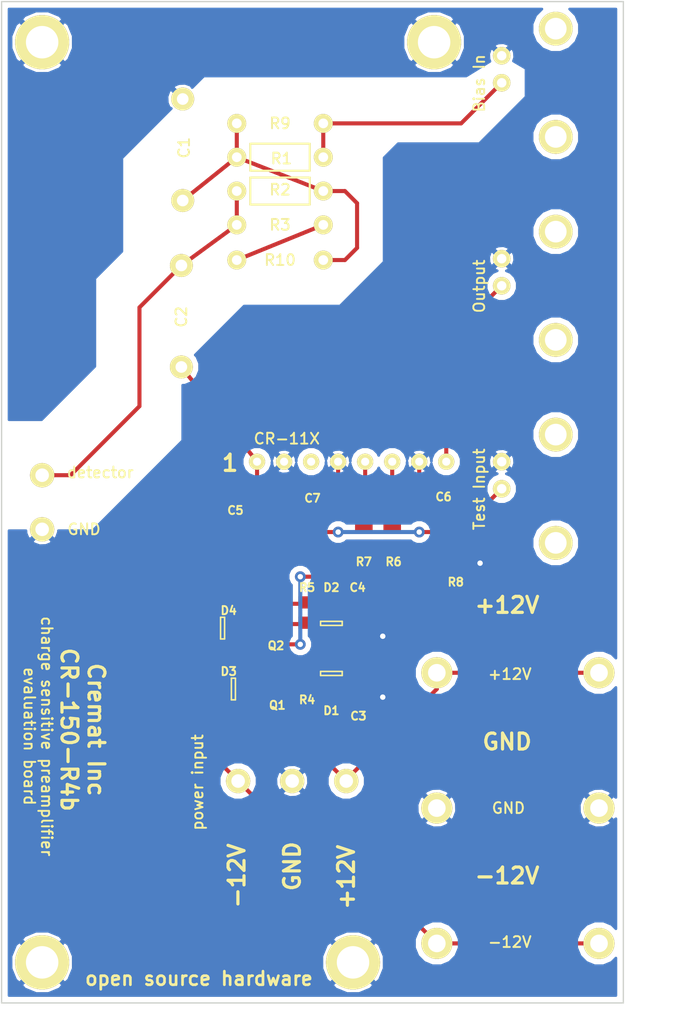
<source format=kicad_pcb>
(kicad_pcb (version 4) (host pcbnew "(after 2015-mar-04 BZR unknown)-product")

  (general
    (links 58)
    (no_connects 3)
    (area 24.214428 24.729 92.633715 123.350001)
    (thickness 1.6)
    (drawings 25)
    (tracks 105)
    (zones 0)
    (modules 37)
    (nets 20)
  )

  (page A4)
  (layers
    (0 F.Cu signal)
    (31 B.Cu signal)
    (37 F.SilkS user)
    (38 B.Mask user)
    (39 F.Mask user)
    (44 Edge.Cuts user)
    (47 F.CrtYd user)
  )

  (setup
    (last_trace_width 0.381)
    (trace_clearance 0.381)
    (zone_clearance 0.508)
    (zone_45_only yes)
    (trace_min 0.381)
    (segment_width 0.2)
    (edge_width 0.127)
    (via_size 1.016)
    (via_drill 0.508)
    (via_min_size 1.016)
    (via_min_drill 0.508)
    (uvia_size 0.3)
    (uvia_drill 0.1)
    (uvias_allowed no)
    (uvia_min_size 0.2)
    (uvia_min_drill 0.1)
    (pcb_text_width 0.3)
    (pcb_text_size 1.5 1.5)
    (mod_edge_width 0.15)
    (mod_text_size 1 1)
    (mod_text_width 0.15)
    (pad_size 5.08 5.08)
    (pad_drill 3.048)
    (pad_to_mask_clearance 0)
    (aux_axis_origin 25.4 25.4)
    (grid_origin 25.4 25.4)
    (visible_elements 7FFFFFFF)
    (pcbplotparams
      (layerselection 0x010e0_80000001)
      (usegerberextensions false)
      (excludeedgelayer true)
      (linewidth 0.101600)
      (plotframeref false)
      (viasonmask false)
      (mode 1)
      (useauxorigin false)
      (hpglpennumber 1)
      (hpglpenspeed 20)
      (hpglpendiameter 15)
      (hpglpenoverlay 2)
      (psnegative false)
      (psa4output false)
      (plotreference true)
      (plotvalue true)
      (plotinvisibletext false)
      (padsonsilk false)
      (subtractmaskfromsilk false)
      (outputformat 1)
      (mirror false)
      (drillshape 0)
      (scaleselection 1)
      (outputdirectory CR-150-R4b/))
  )

  (net 0 "")
  (net 1 GNDREF)
  (net 2 "Net-(C2-Pad1)")
  (net 3 "Net-(C2-Pad2)")
  (net 4 "Net-(C3-Pad2)")
  (net 5 "Net-(C4-Pad2)")
  (net 6 "Net-(C5-Pad2)")
  (net 7 "Net-(C6-Pad2)")
  (net 8 "Net-(C7-Pad2)")
  (net 9 "Net-(D3-Pad1)")
  (net 10 "Net-(D3-Pad2)")
  (net 11 "Net-(D4-Pad1)")
  (net 12 "Net-(D4-Pad2)")
  (net 13 "Net-(J3-Pad1)")
  (net 14 "Net-(J4-Pad1)")
  (net 15 "Net-(Q1-Pad2)")
  (net 16 "Net-(Q2-Pad2)")
  (net 17 "Net-(U1-Pad3)")
  (net 18 "Net-(C1-Pad2)")
  (net 19 "Net-(R10-Pad2)")

  (net_class Default "This is the default net class."
    (clearance 0.381)
    (trace_width 0.381)
    (via_dia 1.016)
    (via_drill 0.508)
    (uvia_dia 0.3)
    (uvia_drill 0.1)
    (add_net GNDREF)
    (add_net "Net-(C1-Pad2)")
    (add_net "Net-(C2-Pad1)")
    (add_net "Net-(C2-Pad2)")
    (add_net "Net-(C3-Pad2)")
    (add_net "Net-(C4-Pad2)")
    (add_net "Net-(C5-Pad2)")
    (add_net "Net-(C6-Pad2)")
    (add_net "Net-(C7-Pad2)")
    (add_net "Net-(D3-Pad1)")
    (add_net "Net-(D3-Pad2)")
    (add_net "Net-(D4-Pad1)")
    (add_net "Net-(D4-Pad2)")
    (add_net "Net-(J3-Pad1)")
    (add_net "Net-(J4-Pad1)")
    (add_net "Net-(Q1-Pad2)")
    (add_net "Net-(Q2-Pad2)")
    (add_net "Net-(R10-Pad2)")
    (add_net "Net-(U1-Pad3)")
  )

  (module Cremat_footprints:mounting_hole (layer F.Cu) (tedit 55411DB2) (tstamp 553D82AE)
    (at 66.04 29.21)
    (fp_text reference REF** (at 0.127 3.429) (layer F.SilkS) hide
      (effects (font (size 1 1) (thickness 0.15)))
    )
    (fp_text value mounting_hole (at 0.889 -3.175) (layer F.SilkS) hide
      (effects (font (size 1 1) (thickness 0.15)))
    )
    (pad "" thru_hole circle (at 0 0) (size 5.08 5.08) (drill 3.048) (layers *.Cu *.Mask F.SilkS)
      (net 1 GNDREF))
  )

  (module Cremat_footprints:mounting_hole (layer F.Cu) (tedit 55411DA7) (tstamp 553D82A8)
    (at 29.21 29.21)
    (fp_text reference REF** (at 0.127 3.429) (layer F.SilkS) hide
      (effects (font (size 1 1) (thickness 0.15)))
    )
    (fp_text value mounting_hole (at 0.889 -3.175) (layer F.SilkS) hide
      (effects (font (size 1 1) (thickness 0.15)))
    )
    (pad "" thru_hole circle (at 0 0) (size 5.08 5.08) (drill 3.048) (layers *.Cu *.Mask F.SilkS)
      (net 1 GNDREF))
  )

  (module Cremat_footprints:mounting_hole (layer F.Cu) (tedit 55411D8E) (tstamp 553D82A2)
    (at 58.42 115.57)
    (fp_text reference REF** (at 0.127 3.429) (layer F.SilkS) hide
      (effects (font (size 1 1) (thickness 0.15)))
    )
    (fp_text value mounting_hole (at 0.889 -3.175) (layer F.SilkS) hide
      (effects (font (size 1 1) (thickness 0.15)))
    )
    (pad "" thru_hole circle (at 0 0) (size 5.08 5.08) (drill 3.048) (layers *.Cu *.Mask F.SilkS)
      (net 1 GNDREF))
  )

  (module Cremat_footprints:1206 (layer F.Cu) (tedit 5542B4D2) (tstamp 55381C2B)
    (at 58.928 90.678 180)
    (path /553825AF)
    (fp_text reference C3 (at 0 -1.778 180) (layer F.SilkS)
      (effects (font (size 0.762 0.762) (thickness 0.1778)))
    )
    (fp_text value 10uF (at 0 1.397 180) (layer F.SilkS) hide
      (effects (font (size 0.635 0.635) (thickness 0.1524)))
    )
    (pad 1 smd rect (at 0 0 180) (size 2.032 1.651) (layers F.Cu F.Mask)
      (net 1 GNDREF))
    (pad 2 smd rect (at 0 2.921 180) (size 2.032 1.651) (layers F.Cu F.Mask)
      (net 4 "Net-(C3-Pad2)"))
  )

  (module Cremat_footprints:1206 (layer F.Cu) (tedit 5542B4CE) (tstamp 55381C31)
    (at 58.928 84.963 180)
    (path /55382B64)
    (fp_text reference C4 (at 0.0762 4.572 180) (layer F.SilkS)
      (effects (font (size 0.762 0.762) (thickness 0.1778)))
    )
    (fp_text value 10uF (at 0 1.397 180) (layer F.SilkS) hide
      (effects (font (size 0.635 0.635) (thickness 0.1524)))
    )
    (pad 1 smd rect (at 0 0 180) (size 2.032 1.651) (layers F.Cu F.Mask)
      (net 1 GNDREF))
    (pad 2 smd rect (at 0 2.921 180) (size 2.032 1.651) (layers F.Cu F.Mask)
      (net 5 "Net-(C4-Pad2)"))
  )

  (module Cremat_footprints:0805 (layer F.Cu) (tedit 5542B38A) (tstamp 55381C37)
    (at 49.403 72.136)
    (path /55381F26)
    (fp_text reference C5 (at -2.032 1.016) (layer F.SilkS)
      (effects (font (size 0.762 0.762) (thickness 0.1778)))
    )
    (fp_text value 1pF (at -0.127 -1.1176) (layer F.SilkS) hide
      (effects (font (size 0.635 0.635) (thickness 0.1524)))
    )
    (pad 1 smd rect (at 0 0) (size 1.651 1.143) (layers F.Cu F.Mask)
      (net 3 "Net-(C2-Pad2)"))
    (pad 2 smd rect (at 0 1.905) (size 1.651 1.143) (layers F.Cu F.Mask)
      (net 6 "Net-(C5-Pad2)"))
  )

  (module Cremat_footprints:1206 (layer F.Cu) (tedit 5543BBB0) (tstamp 55381C3D)
    (at 65.024 71.882 270)
    (path /55382D42)
    (fp_text reference C6 (at 0 -1.905 360) (layer F.SilkS)
      (effects (font (size 0.762 0.762) (thickness 0.1778)))
    )
    (fp_text value 10uF (at 1.016 -2.413 360) (layer F.SilkS) hide
      (effects (font (size 0.635 0.635) (thickness 0.1524)))
    )
    (pad 1 smd rect (at 0 0 270) (size 2.032 1.651) (layers F.Cu F.Mask)
      (net 1 GNDREF))
    (pad 2 smd rect (at 0 2.921 270) (size 2.032 1.651) (layers F.Cu F.Mask)
      (net 7 "Net-(C6-Pad2)"))
  )

  (module Cremat_footprints:1206 (layer F.Cu) (tedit 5543BB8A) (tstamp 55381C43)
    (at 56.515 71.882 90)
    (path /55382DB4)
    (fp_text reference C7 (at -0.127 -1.905 180) (layer F.SilkS)
      (effects (font (size 0.762 0.762) (thickness 0.1778)))
    )
    (fp_text value 10uF (at -1.143 -2.413 180) (layer F.SilkS) hide
      (effects (font (size 0.635 0.635) (thickness 0.1524)))
    )
    (pad 1 smd rect (at 0 0 90) (size 2.032 1.651) (layers F.Cu F.Mask)
      (net 1 GNDREF))
    (pad 2 smd rect (at 0 2.921 90) (size 2.032 1.651) (layers F.Cu F.Mask)
      (net 8 "Net-(C7-Pad2)"))
  )

  (module Cremat_footprints:SolderPoint (layer F.Cu) (tedit 5543B6EF) (tstamp 55381C78)
    (at 29.21 69.85)
    (path /553804EA)
    (fp_text reference J1 (at 0.2794 -1.8542) (layer F.SilkS) hide
      (effects (font (size 1 1) (thickness 0.15)))
    )
    (fp_text value detector (at 5.461 -0.254) (layer F.SilkS)
      (effects (font (size 1.016 1.016) (thickness 0.1778)))
    )
    (pad 1 thru_hole circle (at 0 0) (size 2.286 2.286) (drill 1.27) (layers *.Cu *.Mask F.SilkS)
      (net 2 "Net-(C2-Pad1)"))
  )

  (module Cremat_footprints:SOT23-3 (layer F.Cu) (tedit 5542B365) (tstamp 55381CAE)
    (at 50.165 87.63)
    (path /5536BDDC)
    (fp_text reference Q1 (at 1.143 3.81) (layer F.SilkS)
      (effects (font (size 0.762 0.762) (thickness 0.1778)))
    )
    (fp_text value MMBT3904 (at 1.27 -1.397) (layer F.SilkS) hide
      (effects (font (size 0.635 0.635) (thickness 0.1524)))
    )
    (pad 2 smd rect (at 0 0) (size 1.016 1.27) (layers F.Cu F.Mask)
      (net 15 "Net-(Q1-Pad2)"))
    (pad 1 smd rect (at 2.032 0) (size 1.016 1.27) (layers F.Cu F.Mask)
      (net 4 "Net-(C3-Pad2)"))
    (pad 3 smd rect (at 1.016 2.286) (size 1.016 1.27) (layers F.Cu F.Mask)
      (net 10 "Net-(D3-Pad2)"))
  )

  (module Cremat_footprints:SOT23-3 (layer F.Cu) (tedit 5542B371) (tstamp 55381CB5)
    (at 50.165 81.915)
    (path /5537943F)
    (fp_text reference Q2 (at 1.016 3.937) (layer F.SilkS)
      (effects (font (size 0.762 0.762) (thickness 0.1778)))
    )
    (fp_text value MMBT3906 (at 1.27 -1.397) (layer F.SilkS) hide
      (effects (font (size 0.635 0.635) (thickness 0.1524)))
    )
    (pad 2 smd rect (at 0 0) (size 1.016 1.27) (layers F.Cu F.Mask)
      (net 16 "Net-(Q2-Pad2)"))
    (pad 1 smd rect (at 2.032 0) (size 1.016 1.27) (layers F.Cu F.Mask)
      (net 5 "Net-(C4-Pad2)"))
    (pad 3 smd rect (at 1.016 2.286) (size 1.016 1.27) (layers F.Cu F.Mask)
      (net 11 "Net-(D4-Pad1)"))
  )

  (module Cremat_footprints:0805 (layer F.Cu) (tedit 5542B4D9) (tstamp 55381CD9)
    (at 54.102 89.408 180)
    (path /553786C9)
    (fp_text reference R4 (at 0 -1.524 180) (layer F.SilkS)
      (effects (font (size 0.762 0.762) (thickness 0.1778)))
    )
    (fp_text value 2.2k (at -0.127 1.016 180) (layer F.SilkS) hide
      (effects (font (size 0.635 0.635) (thickness 0.1524)))
    )
    (pad 1 smd rect (at 0 0 180) (size 1.651 1.143) (layers F.Cu F.Mask)
      (net 10 "Net-(D3-Pad2)"))
    (pad 2 smd rect (at 0 1.905 180) (size 1.651 1.143) (layers F.Cu F.Mask)
      (net 4 "Net-(C3-Pad2)"))
  )

  (module Cremat_footprints:0805 (layer F.Cu) (tedit 5542B4D6) (tstamp 55381CDF)
    (at 54.102 83.693 180)
    (path /553792EE)
    (fp_text reference R5 (at 0 3.302 180) (layer F.SilkS)
      (effects (font (size 0.762 0.762) (thickness 0.1778)))
    )
    (fp_text value 2.2k (at 0 0.889 180) (layer F.SilkS) hide
      (effects (font (size 0.635 0.635) (thickness 0.1524)))
    )
    (pad 1 smd rect (at 0 0 180) (size 1.651 1.143) (layers F.Cu F.Mask)
      (net 11 "Net-(D4-Pad1)"))
    (pad 2 smd rect (at 0 1.905 180) (size 1.651 1.143) (layers F.Cu F.Mask)
      (net 5 "Net-(C4-Pad2)"))
  )

  (module Cremat_footprints:0805 (layer F.Cu) (tedit 5543BBA4) (tstamp 55381CE5)
    (at 62.103 74.549)
    (path /5537C1D2)
    (fp_text reference R6 (at 0.127 3.429) (layer F.SilkS)
      (effects (font (size 0.762 0.762) (thickness 0.1778)))
    )
    (fp_text value 4.7 (at 0.127 4.445) (layer F.SilkS) hide
      (effects (font (size 0.635 0.635) (thickness 0.1524)))
    )
    (pad 1 smd rect (at 0 0) (size 1.651 1.143) (layers F.Cu F.Mask)
      (net 7 "Net-(C6-Pad2)"))
    (pad 2 smd rect (at 0 1.905) (size 1.651 1.143) (layers F.Cu F.Mask)
      (net 15 "Net-(Q1-Pad2)"))
  )

  (module Cremat_footprints:0805 (layer F.Cu) (tedit 5543BB9F) (tstamp 55381CEB)
    (at 59.436 74.549)
    (path /5537C2B2)
    (fp_text reference R7 (at 0 3.429) (layer F.SilkS)
      (effects (font (size 0.762 0.762) (thickness 0.1778)))
    )
    (fp_text value 4.7 (at 0 4.445) (layer F.SilkS) hide
      (effects (font (size 0.635 0.635) (thickness 0.1524)))
    )
    (pad 1 smd rect (at 0 0) (size 1.651 1.143) (layers F.Cu F.Mask)
      (net 8 "Net-(C7-Pad2)"))
    (pad 2 smd rect (at 0 1.905) (size 1.651 1.143) (layers F.Cu F.Mask)
      (net 16 "Net-(Q2-Pad2)"))
  )

  (module Cremat_footprints:1206 (layer F.Cu) (tedit 5543BBA8) (tstamp 553CCD23)
    (at 67.945 75.184)
    (path /553CCDFF)
    (fp_text reference R8 (at 0.127 4.699) (layer F.SilkS)
      (effects (font (size 0.762 0.762) (thickness 0.1778)))
    )
    (fp_text value 47 (at 0.127 5.842) (layer F.SilkS) hide
      (effects (font (size 0.635 0.635) (thickness 0.1524)))
    )
    (pad 1 smd rect (at 0 0) (size 2.032 1.651) (layers F.Cu F.Mask)
      (net 6 "Net-(C5-Pad2)"))
    (pad 2 smd rect (at 0 2.921) (size 2.032 1.651) (layers F.Cu F.Mask)
      (net 1 GNDREF))
  )

  (module Cremat_footprints:mounting_hole (layer F.Cu) (tedit 55411D9B) (tstamp 553D8295)
    (at 29.21 115.57)
    (fp_text reference REF** (at 0.127 3.429) (layer F.SilkS) hide
      (effects (font (size 1 1) (thickness 0.15)))
    )
    (fp_text value mounting_hole (at 0.889 -3.175) (layer F.SilkS) hide
      (effects (font (size 1 1) (thickness 0.15)))
    )
    (pad "" thru_hole circle (at 0 0) (size 5.08 5.08) (drill 3.048) (layers *.Cu *.Mask F.SilkS)
      (net 1 GNDREF))
  )

  (module Cremat_footprints:SolderPoint (layer F.Cu) (tedit 5543B6E3) (tstamp 553D8342)
    (at 29.21 74.93)
    (path /553D8428)
    (fp_text reference J9 (at 0.2794 -1.8542) (layer F.SilkS) hide
      (effects (font (size 1 1) (thickness 0.15)))
    )
    (fp_text value GND (at 3.937 0) (layer F.SilkS)
      (effects (font (size 1.016 1.016) (thickness 0.1778)))
    )
    (pad 1 thru_hole circle (at 0 0) (size 2.286 2.286) (drill 1.27) (layers *.Cu *.Mask F.SilkS)
      (net 1 GNDREF))
  )

  (module Cremat_footprints:HVcap_on_side (layer F.Cu) (tedit 5543B744) (tstamp 55381C1B)
    (at 42.418 34.544 270)
    (path /5537CAC7)
    (fp_text reference C1 (at 4.572 -0.127 270) (layer F.SilkS)
      (effects (font (size 1.016 1.016) (thickness 0.1778)))
    )
    (fp_text value 0.01uF (at 4.445 -3.175 270) (layer F.SilkS) hide
      (effects (font (size 1 1) (thickness 0.15)))
    )
    (fp_line (start -2.54 0) (end -2.54 16.51) (layer F.CrtYd) (width 0.15))
    (fp_line (start -2.54 16.51) (end 12.065 16.51) (layer F.CrtYd) (width 0.15))
    (fp_line (start 12.065 16.51) (end 12.065 0) (layer F.CrtYd) (width 0.15))
    (fp_line (start 12.065 0) (end -2.54 0) (layer F.CrtYd) (width 0.15))
    (pad 1 thru_hole circle (at 0 0 270) (size 2.159 2.159) (drill 1.0922) (layers *.Cu *.Mask F.SilkS)
      (net 1 GNDREF))
    (pad 2 thru_hole circle (at 9.525 0 270) (size 2.159 2.159) (drill 1.0922) (layers *.Cu *.Mask F.SilkS)
      (net 18 "Net-(C1-Pad2)"))
  )

  (module Cremat_footprints:HVcap_on_side (layer F.Cu) (tedit 5543B74F) (tstamp 55381C25)
    (at 42.291 50.165 270)
    (path /5537CAF2)
    (fp_text reference C2 (at 4.826 0 270) (layer F.SilkS)
      (effects (font (size 1.016 1.016) (thickness 0.1778)))
    )
    (fp_text value 0.01uF (at 4.445 -3.175 270) (layer F.SilkS) hide
      (effects (font (size 1 1) (thickness 0.15)))
    )
    (fp_line (start -2.54 0) (end -2.54 16.51) (layer F.CrtYd) (width 0.15))
    (fp_line (start -2.54 16.51) (end 12.065 16.51) (layer F.CrtYd) (width 0.15))
    (fp_line (start 12.065 16.51) (end 12.065 0) (layer F.CrtYd) (width 0.15))
    (fp_line (start 12.065 0) (end -2.54 0) (layer F.CrtYd) (width 0.15))
    (pad 1 thru_hole circle (at 0 0 270) (size 2.159 2.159) (drill 1.0922) (layers *.Cu *.Mask F.SilkS)
      (net 2 "Net-(C2-Pad1)"))
    (pad 2 thru_hole circle (at 9.525 0 270) (size 2.159 2.159) (drill 1.0922) (layers *.Cu *.Mask F.SilkS)
      (net 3 "Net-(C2-Pad2)"))
  )

  (module Cremat_footprints:320 (layer F.Cu) (tedit 5543B70B) (tstamp 553CD3C6)
    (at 47.498 36.83)
    (path /5537CBCC)
    (fp_text reference R9 (at 4.064 0) (layer F.SilkS)
      (effects (font (size 1.016 1.016) (thickness 0.1778)))
    )
    (fp_text value 10M (at 3.937 -2.032) (layer F.SilkS) hide
      (effects (font (size 1 1) (thickness 0.15)))
    )
    (fp_line (start 1.27 -1.27) (end 6.858 -1.27) (layer F.CrtYd) (width 0.15))
    (fp_line (start 6.858 -1.27) (end 6.858 1.27) (layer F.CrtYd) (width 0.15))
    (fp_line (start 6.858 1.27) (end 1.27 1.27) (layer F.CrtYd) (width 0.15))
    (fp_line (start 1.27 1.27) (end 1.27 -1.27) (layer F.CrtYd) (width 0.15))
    (pad 1 thru_hole circle (at 0 0) (size 1.778 1.778) (drill 0.9144) (layers *.Cu *.Mask F.SilkS)
      (net 18 "Net-(C1-Pad2)"))
    (pad 2 thru_hole circle (at 8.128 0) (size 1.778 1.778) (drill 0.9144) (layers *.Cu *.Mask F.SilkS)
      (net 13 "Net-(J3-Pad1)"))
  )

  (module Cremat_footprints:320 (layer F.Cu) (tedit 5543B714) (tstamp 55381CBF)
    (at 47.498 40.005)
    (path /553CE28A)
    (fp_text reference R1 (at 4.191 0.127) (layer F.SilkS)
      (effects (font (size 1.016 1.016) (thickness 0.1778)))
    )
    (fp_text value 10M (at 3.937 -2.032) (layer F.SilkS) hide
      (effects (font (size 1 1) (thickness 0.15)))
    )
    (fp_line (start 1.27 -1.27) (end 6.858 -1.27) (layer F.CrtYd) (width 0.15))
    (fp_line (start 6.858 -1.27) (end 6.858 1.27) (layer F.CrtYd) (width 0.15))
    (fp_line (start 6.858 1.27) (end 1.27 1.27) (layer F.CrtYd) (width 0.15))
    (fp_line (start 1.27 1.27) (end 1.27 -1.27) (layer F.CrtYd) (width 0.15))
    (pad 1 thru_hole circle (at 0 0) (size 1.778 1.778) (drill 0.9144) (layers *.Cu *.Mask F.SilkS)
      (net 18 "Net-(C1-Pad2)"))
    (pad 2 thru_hole circle (at 8.128 0) (size 1.778 1.778) (drill 0.9144) (layers *.Cu *.Mask F.SilkS)
      (net 13 "Net-(J3-Pad1)"))
  )

  (module Cremat_footprints:320 (layer F.Cu) (tedit 5543B71E) (tstamp 55381CC9)
    (at 55.626 43.18 180)
    (path /553CE027)
    (fp_text reference R2 (at 4.064 0.127 180) (layer F.SilkS)
      (effects (font (size 1.016 1.016) (thickness 0.1778)))
    )
    (fp_text value 100M (at 3.937 -2.032 180) (layer F.SilkS) hide
      (effects (font (size 1 1) (thickness 0.15)))
    )
    (fp_line (start 1.27 -1.27) (end 6.858 -1.27) (layer F.CrtYd) (width 0.15))
    (fp_line (start 6.858 -1.27) (end 6.858 1.27) (layer F.CrtYd) (width 0.15))
    (fp_line (start 6.858 1.27) (end 1.27 1.27) (layer F.CrtYd) (width 0.15))
    (fp_line (start 1.27 1.27) (end 1.27 -1.27) (layer F.CrtYd) (width 0.15))
    (pad 1 thru_hole circle (at 0 0 180) (size 1.778 1.778) (drill 0.9144) (layers *.Cu *.Mask F.SilkS)
      (net 18 "Net-(C1-Pad2)"))
    (pad 2 thru_hole circle (at 8.128 0 180) (size 1.778 1.778) (drill 0.9144) (layers *.Cu *.Mask F.SilkS)
      (net 2 "Net-(C2-Pad1)"))
  )

  (module Cremat_footprints:320 (layer F.Cu) (tedit 5543B72C) (tstamp 55381CD3)
    (at 55.626 46.355 180)
    (path /5537CCEB)
    (fp_text reference R3 (at 4.064 0 180) (layer F.SilkS)
      (effects (font (size 1.016 1.016) (thickness 0.1778)))
    )
    (fp_text value 100M (at 3.937 -2.032 180) (layer F.SilkS) hide
      (effects (font (size 1 1) (thickness 0.15)))
    )
    (fp_line (start 1.27 -1.27) (end 6.858 -1.27) (layer F.CrtYd) (width 0.15))
    (fp_line (start 6.858 -1.27) (end 6.858 1.27) (layer F.CrtYd) (width 0.15))
    (fp_line (start 6.858 1.27) (end 1.27 1.27) (layer F.CrtYd) (width 0.15))
    (fp_line (start 1.27 1.27) (end 1.27 -1.27) (layer F.CrtYd) (width 0.15))
    (pad 1 thru_hole circle (at 0 0 180) (size 1.778 1.778) (drill 0.9144) (layers *.Cu *.Mask F.SilkS)
      (net 19 "Net-(R10-Pad2)"))
    (pad 2 thru_hole circle (at 8.128 0 180) (size 1.778 1.778) (drill 0.9144) (layers *.Cu *.Mask F.SilkS)
      (net 2 "Net-(C2-Pad1)"))
  )

  (module Cremat_footprints:320 (layer F.Cu) (tedit 5543B737) (tstamp 553CD3D0)
    (at 55.626 49.657 180)
    (path /5537CC65)
    (fp_text reference R10 (at 4.064 0 180) (layer F.SilkS)
      (effects (font (size 1.016 1.016) (thickness 0.1778)))
    )
    (fp_text value 100M (at 3.937 -2.032 180) (layer F.SilkS) hide
      (effects (font (size 1 1) (thickness 0.15)))
    )
    (fp_line (start 1.27 -1.27) (end 6.858 -1.27) (layer F.CrtYd) (width 0.15))
    (fp_line (start 6.858 -1.27) (end 6.858 1.27) (layer F.CrtYd) (width 0.15))
    (fp_line (start 6.858 1.27) (end 1.27 1.27) (layer F.CrtYd) (width 0.15))
    (fp_line (start 1.27 1.27) (end 1.27 -1.27) (layer F.CrtYd) (width 0.15))
    (pad 1 thru_hole circle (at 0 0 180) (size 1.778 1.778) (drill 0.9144) (layers *.Cu *.Mask F.SilkS)
      (net 18 "Net-(C1-Pad2)"))
    (pad 2 thru_hole circle (at 8.128 0 180) (size 1.778 1.778) (drill 0.9144) (layers *.Cu *.Mask F.SilkS)
      (net 19 "Net-(R10-Pad2)"))
  )

  (module Cremat_footprints:BNC (layer F.Cu) (tedit 5543B657) (tstamp 55381C90)
    (at 72.39 33.02 90)
    (path /5537F46B)
    (fp_text reference J3 (at 0.5588 -3.6068 90) (layer F.SilkS) hide
      (effects (font (size 1 1) (thickness 0.15)))
    )
    (fp_text value "Bias In" (at -0.0508 -2.1082 90) (layer F.SilkS)
      (effects (font (size 1.016 1.016) (thickness 0.1778)))
    )
    (fp_line (start -7.62 -1.27) (end 7.62 -1.27) (layer F.CrtYd) (width 0.15))
    (fp_line (start 7.62 -1.27) (end 7.62 11.43) (layer F.CrtYd) (width 0.15))
    (fp_line (start 7.62 11.43) (end -7.62 11.43) (layer F.CrtYd) (width 0.15))
    (fp_line (start -7.62 11.43) (end -7.62 -1.27) (layer F.CrtYd) (width 0.15))
    (pad "" thru_hole circle (at -5.08 5.08 90) (size 3.175 3.175) (drill 2.032) (layers *.Cu *.Mask F.SilkS))
    (pad 1 thru_hole circle (at 0 0 90) (size 1.651 1.651) (drill 0.889) (layers *.Cu *.Mask F.SilkS)
      (net 13 "Net-(J3-Pad1)"))
    (pad 2 thru_hole circle (at 2.54 0 90) (size 1.651 1.651) (drill 0.889) (layers *.Cu *.Mask F.SilkS)
      (net 1 GNDREF))
    (pad "" thru_hole circle (at 5.08 5.08 90) (size 3.175 3.175) (drill 2.032) (layers *.Cu *.Mask F.SilkS))
  )

  (module Cremat_footprints:BNC (layer F.Cu) (tedit 5543B64A) (tstamp 55381C9C)
    (at 72.39 52.07 90)
    (path /5537EF2D)
    (fp_text reference J4 (at 0.5588 -3.6068 90) (layer F.SilkS) hide
      (effects (font (size 1 1) (thickness 0.15)))
    )
    (fp_text value Output (at -0.0508 -2.1082 90) (layer F.SilkS)
      (effects (font (size 1.016 1.016) (thickness 0.1778)))
    )
    (fp_line (start -7.62 -1.27) (end 7.62 -1.27) (layer F.CrtYd) (width 0.15))
    (fp_line (start 7.62 -1.27) (end 7.62 11.43) (layer F.CrtYd) (width 0.15))
    (fp_line (start 7.62 11.43) (end -7.62 11.43) (layer F.CrtYd) (width 0.15))
    (fp_line (start -7.62 11.43) (end -7.62 -1.27) (layer F.CrtYd) (width 0.15))
    (pad "" thru_hole circle (at -5.08 5.08 90) (size 3.175 3.175) (drill 2.032) (layers *.Cu *.Mask F.SilkS))
    (pad 1 thru_hole circle (at 0 0 90) (size 1.651 1.651) (drill 0.889) (layers *.Cu *.Mask F.SilkS)
      (net 14 "Net-(J4-Pad1)"))
    (pad 2 thru_hole circle (at 2.54 0 90) (size 1.651 1.651) (drill 0.889) (layers *.Cu *.Mask F.SilkS)
      (net 1 GNDREF))
    (pad "" thru_hole circle (at 5.08 5.08 90) (size 3.175 3.175) (drill 2.032) (layers *.Cu *.Mask F.SilkS))
  )

  (module Cremat_footprints:BNC (layer F.Cu) (tedit 5543B666) (tstamp 55381C84)
    (at 72.39 71.12 90)
    (path /5537FA8F)
    (fp_text reference J2 (at 0.5588 -3.6068 90) (layer F.SilkS) hide
      (effects (font (size 1 1) (thickness 0.15)))
    )
    (fp_text value "Test Input" (at -0.0508 -2.1082 90) (layer F.SilkS)
      (effects (font (size 1.016 1.016) (thickness 0.1778)))
    )
    (fp_line (start -7.62 -1.27) (end 7.62 -1.27) (layer F.CrtYd) (width 0.15))
    (fp_line (start 7.62 -1.27) (end 7.62 11.43) (layer F.CrtYd) (width 0.15))
    (fp_line (start 7.62 11.43) (end -7.62 11.43) (layer F.CrtYd) (width 0.15))
    (fp_line (start -7.62 11.43) (end -7.62 -1.27) (layer F.CrtYd) (width 0.15))
    (pad "" thru_hole circle (at -5.08 5.08 90) (size 3.175 3.175) (drill 2.032) (layers *.Cu *.Mask F.SilkS))
    (pad 1 thru_hole circle (at 0 0 90) (size 1.651 1.651) (drill 0.889) (layers *.Cu *.Mask F.SilkS)
      (net 6 "Net-(C5-Pad2)"))
    (pad 2 thru_hole circle (at 2.54 0 90) (size 1.651 1.651) (drill 0.889) (layers *.Cu *.Mask F.SilkS)
      (net 1 GNDREF))
    (pad "" thru_hole circle (at 5.08 5.08 90) (size 3.175 3.175) (drill 2.032) (layers *.Cu *.Mask F.SilkS))
  )

  (module Cremat_footprints:8pinSIP (layer F.Cu) (tedit 5543B6F8) (tstamp 55381CFB)
    (at 49.403 68.58)
    (path /55358BCF)
    (fp_text reference U1 (at 3.048 2.286) (layer F.SilkS) hide
      (effects (font (size 1 1) (thickness 0.15)))
    )
    (fp_text value CR-11X (at 2.794 -2.159) (layer F.SilkS)
      (effects (font (size 1.016 1.016) (thickness 0.1778)))
    )
    (fp_line (start -1.27 -1.27) (end 19.05 -1.27) (layer F.CrtYd) (width 0.15))
    (fp_line (start 19.05 -1.27) (end 19.05 1.27) (layer F.CrtYd) (width 0.15))
    (fp_line (start 19.05 1.27) (end -1.27 1.27) (layer F.CrtYd) (width 0.15))
    (fp_line (start -1.27 1.27) (end -1.27 -1.27) (layer F.CrtYd) (width 0.15))
    (pad 1 thru_hole circle (at 0 0) (size 1.524 1.524) (drill 0.762) (layers *.Cu *.Mask F.SilkS)
      (net 3 "Net-(C2-Pad2)"))
    (pad 2 thru_hole circle (at 2.54 0) (size 1.524 1.524) (drill 0.762) (layers *.Cu *.Mask F.SilkS)
      (net 1 GNDREF))
    (pad 3 thru_hole circle (at 5.08 0) (size 1.524 1.524) (drill 0.762) (layers *.Cu *.Mask F.SilkS)
      (net 17 "Net-(U1-Pad3)"))
    (pad 4 thru_hole circle (at 7.62 0) (size 1.524 1.524) (drill 0.762) (layers *.Cu *.Mask F.SilkS)
      (net 1 GNDREF))
    (pad 5 thru_hole circle (at 10.16 0) (size 1.524 1.524) (drill 0.762) (layers *.Cu *.Mask F.SilkS)
      (net 8 "Net-(C7-Pad2)"))
    (pad 6 thru_hole circle (at 12.7 0) (size 1.524 1.524) (drill 0.762) (layers *.Cu *.Mask F.SilkS)
      (net 7 "Net-(C6-Pad2)"))
    (pad 7 thru_hole circle (at 15.24 0) (size 1.524 1.524) (drill 0.762) (layers *.Cu *.Mask F.SilkS)
      (net 1 GNDREF))
    (pad 8 thru_hole circle (at 17.78 0) (size 1.524 1.524) (drill 0.762) (layers *.Cu *.Mask F.SilkS)
      (net 14 "Net-(J4-Pad1)"))
  )

  (module Cremat_footprints:3-terminal_block (layer F.Cu) (tedit 5543B6CF) (tstamp 55381CA7)
    (at 47.625 98.552)
    (path /5537B970)
    (fp_text reference J5 (at -1.143 -6.096) (layer F.SilkS) hide
      (effects (font (size 1 1) (thickness 0.15)))
    )
    (fp_text value "power input" (at -3.81 0.127 90) (layer F.SilkS)
      (effects (font (size 1.016 1.016) (thickness 0.1778)))
    )
    (fp_line (start 12.7 -5.08) (end 12.7 5.08) (layer F.CrtYd) (width 0.15))
    (fp_line (start 12.7 5.08) (end -2.54 5.08) (layer F.CrtYd) (width 0.15))
    (fp_line (start -2.54 5.08) (end -2.54 -5.08) (layer F.CrtYd) (width 0.15))
    (fp_line (start -2.54 -5.08) (end 12.7 -5.08) (layer F.CrtYd) (width 0.15))
    (pad 1 thru_hole circle (at 0 0) (size 2.286 2.286) (drill 1.27) (layers *.Cu *.Mask F.SilkS)
      (net 12 "Net-(D4-Pad2)"))
    (pad 2 thru_hole circle (at 5.08 0) (size 2.286 2.286) (drill 1.27) (layers *.Cu *.Mask F.SilkS)
      (net 1 GNDREF))
    (pad 3 thru_hole circle (at 10.16 0) (size 2.286 2.286) (drill 1.27) (layers *.Cu *.Mask F.SilkS)
      (net 9 "Net-(D3-Pad1)"))
  )

  (module Cremat_footprints:banana (layer F.Cu) (tedit 55479010) (tstamp 553CEF27)
    (at 81.534 88.392 180)
    (path /553CEEA1)
    (fp_text reference J6 (at 8.001 4.445 180) (layer F.SilkS) hide
      (effects (font (size 1 1) (thickness 0.15)))
    )
    (fp_text value +12V (at 8.382 -0.127 180) (layer F.SilkS)
      (effects (font (size 1.016 1.016) (thickness 0.1778)))
    )
    (fp_line (start -2.159 -5.08) (end -5.08 -5.08) (layer F.CrtYd) (width 0.15))
    (fp_line (start -5.08 -5.08) (end -5.08 5.08) (layer F.CrtYd) (width 0.15))
    (fp_line (start -5.08 5.08) (end -2.159 5.08) (layer F.CrtYd) (width 0.15))
    (fp_line (start 19.05 -5.334) (end -2.159 -5.334) (layer F.CrtYd) (width 0.15))
    (fp_line (start -2.159 -5.334) (end -2.159 5.334) (layer F.CrtYd) (width 0.15))
    (fp_line (start -2.159 5.334) (end 19.05 5.334) (layer F.CrtYd) (width 0.15))
    (fp_line (start 19.05 5.334) (end 19.05 -5.334) (layer F.CrtYd) (width 0.15))
    (pad 1 thru_hole circle (at 0 0 180) (size 2.921 2.921) (drill 1.651) (layers *.Cu *.Mask F.SilkS)
      (net 9 "Net-(D3-Pad1)"))
    (pad 1 thru_hole circle (at 15.24 0 180) (size 2.921 2.921) (drill 1.651) (layers *.Cu *.Mask F.SilkS)
      (net 9 "Net-(D3-Pad1)"))
  )

  (module Cremat_footprints:banana (layer F.Cu) (tedit 55479018) (tstamp 553CEF34)
    (at 81.534 101.092 180)
    (path /553CF52F)
    (fp_text reference J7 (at 8.001 4.445 180) (layer F.SilkS) hide
      (effects (font (size 1 1) (thickness 0.15)))
    )
    (fp_text value GND (at 8.509 0 180) (layer F.SilkS)
      (effects (font (size 1.016 1.016) (thickness 0.1778)))
    )
    (fp_line (start -2.159 -5.08) (end -5.08 -5.08) (layer F.CrtYd) (width 0.15))
    (fp_line (start -5.08 -5.08) (end -5.08 5.08) (layer F.CrtYd) (width 0.15))
    (fp_line (start -5.08 5.08) (end -2.159 5.08) (layer F.CrtYd) (width 0.15))
    (fp_line (start 19.05 -5.334) (end -2.159 -5.334) (layer F.CrtYd) (width 0.15))
    (fp_line (start -2.159 -5.334) (end -2.159 5.334) (layer F.CrtYd) (width 0.15))
    (fp_line (start -2.159 5.334) (end 19.05 5.334) (layer F.CrtYd) (width 0.15))
    (fp_line (start 19.05 5.334) (end 19.05 -5.334) (layer F.CrtYd) (width 0.15))
    (pad 1 thru_hole circle (at 0 0 180) (size 2.921 2.921) (drill 1.651) (layers *.Cu *.Mask F.SilkS)
      (net 1 GNDREF))
    (pad 1 thru_hole circle (at 15.24 0 180) (size 2.921 2.921) (drill 1.651) (layers *.Cu *.Mask F.SilkS)
      (net 1 GNDREF))
  )

  (module Cremat_footprints:banana (layer F.Cu) (tedit 55479021) (tstamp 553CEF41)
    (at 81.534 113.792 180)
    (path /553CF593)
    (fp_text reference J8 (at 8.001 4.445 180) (layer F.SilkS) hide
      (effects (font (size 1 1) (thickness 0.15)))
    )
    (fp_text value -12V (at 8.382 0.127 180) (layer F.SilkS)
      (effects (font (size 1.016 1.016) (thickness 0.1778)))
    )
    (fp_line (start -2.159 -5.08) (end -5.08 -5.08) (layer F.CrtYd) (width 0.15))
    (fp_line (start -5.08 -5.08) (end -5.08 5.08) (layer F.CrtYd) (width 0.15))
    (fp_line (start -5.08 5.08) (end -2.159 5.08) (layer F.CrtYd) (width 0.15))
    (fp_line (start 19.05 -5.334) (end -2.159 -5.334) (layer F.CrtYd) (width 0.15))
    (fp_line (start -2.159 -5.334) (end -2.159 5.334) (layer F.CrtYd) (width 0.15))
    (fp_line (start -2.159 5.334) (end 19.05 5.334) (layer F.CrtYd) (width 0.15))
    (fp_line (start 19.05 5.334) (end 19.05 -5.334) (layer F.CrtYd) (width 0.15))
    (pad 1 thru_hole circle (at 0 0 180) (size 2.921 2.921) (drill 1.651) (layers *.Cu *.Mask F.SilkS)
      (net 12 "Net-(D4-Pad2)"))
    (pad 1 thru_hole circle (at 15.24 0 180) (size 2.921 2.921) (drill 1.651) (layers *.Cu *.Mask F.SilkS)
      (net 12 "Net-(D4-Pad2)"))
  )

  (module Cremat_footprints:SOD-323 (layer F.Cu) (tedit 5542B4C2) (tstamp 55381C73)
    (at 48.133 84.201 270)
    (path /55384083)
    (fp_text reference D4 (at -1.651 1.397 360) (layer F.SilkS)
      (effects (font (size 0.762 0.762) (thickness 0.1778)))
    )
    (fp_text value 1N4148 (at -2.667 1.524 360) (layer F.Fab)
      (effects (font (size 0.635 0.635) (thickness 0.1524)))
    )
    (fp_line (start -1.016 1.778) (end 1.016 1.778) (layer F.SilkS) (width 0.15))
    (fp_line (start 1.016 1.778) (end 1.016 2.159) (layer F.SilkS) (width 0.15))
    (fp_line (start 1.016 2.159) (end -1.016 2.159) (layer F.SilkS) (width 0.15))
    (fp_line (start -1.016 2.159) (end -1.016 1.778) (layer F.SilkS) (width 0.15))
    (fp_line (start -1.016 0.762) (end -1.016 2.159) (layer F.CrtYd) (width 0.15))
    (fp_line (start -1.016 2.159) (end 1.016 2.159) (layer F.CrtYd) (width 0.15))
    (fp_line (start 1.016 2.159) (end 1.016 0.762) (layer F.CrtYd) (width 0.15))
    (fp_line (start 1.016 0.762) (end -1.016 0.762) (layer F.CrtYd) (width 0.15))
    (pad 1 smd rect (at 0 0 270) (size 1.016 1.016) (layers F.Cu F.Mask)
      (net 11 "Net-(D4-Pad1)"))
    (pad 2 smd rect (at 0 2.921 270) (size 1.016 1.016) (layers F.Cu F.Mask)
      (net 12 "Net-(D4-Pad2)"))
  )

  (module Cremat_footprints:SOD-323 (layer F.Cu) (tedit 5542B4B8) (tstamp 55381C67)
    (at 45.212 89.916 90)
    (path /55383A40)
    (fp_text reference D3 (at 1.651 1.524 180) (layer F.SilkS)
      (effects (font (size 0.762 0.762) (thickness 0.1778)))
    )
    (fp_text value 1N4148 (at 2.54 1.397 180) (layer F.Fab)
      (effects (font (size 0.635 0.635) (thickness 0.1524)))
    )
    (fp_line (start -1.016 1.778) (end 1.016 1.778) (layer F.SilkS) (width 0.15))
    (fp_line (start 1.016 1.778) (end 1.016 2.159) (layer F.SilkS) (width 0.15))
    (fp_line (start 1.016 2.159) (end -1.016 2.159) (layer F.SilkS) (width 0.15))
    (fp_line (start -1.016 2.159) (end -1.016 1.778) (layer F.SilkS) (width 0.15))
    (fp_line (start -1.016 0.762) (end -1.016 2.159) (layer F.CrtYd) (width 0.15))
    (fp_line (start -1.016 2.159) (end 1.016 2.159) (layer F.CrtYd) (width 0.15))
    (fp_line (start 1.016 2.159) (end 1.016 0.762) (layer F.CrtYd) (width 0.15))
    (fp_line (start 1.016 0.762) (end -1.016 0.762) (layer F.CrtYd) (width 0.15))
    (pad 1 smd rect (at 0 0 90) (size 1.016 1.016) (layers F.Cu F.Mask)
      (net 9 "Net-(D3-Pad1)"))
    (pad 2 smd rect (at 0 2.921 90) (size 1.016 1.016) (layers F.Cu F.Mask)
      (net 10 "Net-(D3-Pad2)"))
  )

  (module Cremat_footprints:SOD-323 (layer F.Cu) (tedit 5542B4F1) (tstamp 55381C5B)
    (at 56.388 81.788)
    (path /553792F4)
    (fp_text reference D2 (at 0 -1.397) (layer F.SilkS)
      (effects (font (size 0.762 0.762) (thickness 0.1778)))
    )
    (fp_text value 7.5V (at 0 1.397) (layer F.SilkS) hide
      (effects (font (size 0.635 0.635) (thickness 0.1524)))
    )
    (fp_line (start -1.016 1.778) (end 1.016 1.778) (layer F.SilkS) (width 0.15))
    (fp_line (start 1.016 1.778) (end 1.016 2.159) (layer F.SilkS) (width 0.15))
    (fp_line (start 1.016 2.159) (end -1.016 2.159) (layer F.SilkS) (width 0.15))
    (fp_line (start -1.016 2.159) (end -1.016 1.778) (layer F.SilkS) (width 0.15))
    (fp_line (start -1.016 0.762) (end -1.016 2.159) (layer F.CrtYd) (width 0.15))
    (fp_line (start -1.016 2.159) (end 1.016 2.159) (layer F.CrtYd) (width 0.15))
    (fp_line (start 1.016 2.159) (end 1.016 0.762) (layer F.CrtYd) (width 0.15))
    (fp_line (start 1.016 0.762) (end -1.016 0.762) (layer F.CrtYd) (width 0.15))
    (pad 1 smd rect (at 0 0) (size 1.016 1.016) (layers F.Cu F.Mask)
      (net 5 "Net-(C4-Pad2)"))
    (pad 2 smd rect (at 0 2.921) (size 1.016 1.016) (layers F.Cu F.Mask)
      (net 1 GNDREF))
  )

  (module Cremat_footprints:SOD-323 (layer F.Cu) (tedit 5542B4E5) (tstamp 55381C4F)
    (at 56.388 90.424 180)
    (path /5537892D)
    (fp_text reference D1 (at 0 -1.524 180) (layer F.SilkS)
      (effects (font (size 0.762 0.762) (thickness 0.1778)))
    )
    (fp_text value 7.5V (at 0 1.27 180) (layer F.SilkS) hide
      (effects (font (size 0.635 0.635) (thickness 0.1524)))
    )
    (fp_line (start -1.016 1.778) (end 1.016 1.778) (layer F.SilkS) (width 0.15))
    (fp_line (start 1.016 1.778) (end 1.016 2.159) (layer F.SilkS) (width 0.15))
    (fp_line (start 1.016 2.159) (end -1.016 2.159) (layer F.SilkS) (width 0.15))
    (fp_line (start -1.016 2.159) (end -1.016 1.778) (layer F.SilkS) (width 0.15))
    (fp_line (start -1.016 0.762) (end -1.016 2.159) (layer F.CrtYd) (width 0.15))
    (fp_line (start -1.016 2.159) (end 1.016 2.159) (layer F.CrtYd) (width 0.15))
    (fp_line (start 1.016 2.159) (end 1.016 0.762) (layer F.CrtYd) (width 0.15))
    (fp_line (start 1.016 0.762) (end -1.016 0.762) (layer F.CrtYd) (width 0.15))
    (pad 1 smd rect (at 0 0 180) (size 1.016 1.016) (layers F.Cu F.Mask)
      (net 1 GNDREF))
    (pad 2 smd rect (at 0 2.921 180) (size 1.016 1.016) (layers F.Cu F.Mask)
      (net 4 "Net-(C3-Pad2)"))
  )

  (gr_text "open source hardware" (at 43.942 117.094) (layer F.SilkS)
    (effects (font (size 1.27 1.27) (thickness 0.254)))
  )
  (gr_text "charge sensitive preamplifier\nevaluation board" (at 28.829 94.361 270) (layer F.SilkS)
    (effects (font (size 1.016 1.016) (thickness 0.1778)))
  )
  (gr_text CR-150-R4b (at 31.75 93.726 270) (layer F.SilkS)
    (effects (font (size 1.5 1.5) (thickness 0.3)))
  )
  (gr_text "Cremat Inc" (at 34.29 93.726 270) (layer F.SilkS)
    (effects (font (size 1.5 1.5) (thickness 0.3)))
  )
  (gr_text -12V (at 72.898 107.442) (layer F.SilkS)
    (effects (font (size 1.5 1.5) (thickness 0.3)))
  )
  (gr_text GND (at 72.898 94.869) (layer F.SilkS)
    (effects (font (size 1.5 1.5) (thickness 0.3)))
  )
  (gr_text +12V (at 72.898 82.042) (layer F.SilkS)
    (effects (font (size 1.5 1.5) (thickness 0.3)))
  )
  (gr_text "GND\n" (at 52.705 106.553 90) (layer F.SilkS)
    (effects (font (size 1.5 1.5) (thickness 0.3)))
  )
  (gr_text +12V (at 57.785 107.569 90) (layer F.SilkS)
    (effects (font (size 1.5 1.5) (thickness 0.3)))
  )
  (gr_text -12V (at 47.498 107.442 90) (layer F.SilkS)
    (effects (font (size 1.5 1.5) (thickness 0.3)))
  )
  (gr_text 1 (at 46.863 68.707) (layer F.SilkS)
    (effects (font (thickness 0.3048)))
  )
  (gr_line (start 54.356 41.91) (end 48.768 41.91) (angle 90) (layer F.SilkS) (width 0.2))
  (gr_line (start 54.356 44.45) (end 54.356 41.91) (angle 90) (layer F.SilkS) (width 0.2))
  (gr_line (start 48.768 44.45) (end 54.356 44.45) (angle 90) (layer F.SilkS) (width 0.2))
  (gr_line (start 48.768 41.91) (end 48.768 44.45) (angle 90) (layer F.SilkS) (width 0.2))
  (gr_line (start 54.356 38.735) (end 48.768 38.735) (angle 90) (layer F.SilkS) (width 0.2))
  (gr_line (start 54.356 41.275) (end 54.356 38.735) (angle 90) (layer F.SilkS) (width 0.2))
  (gr_line (start 48.768 41.275) (end 54.356 41.275) (angle 90) (layer F.SilkS) (width 0.2))
  (gr_line (start 48.768 38.735) (end 48.768 41.275) (angle 90) (layer F.SilkS) (width 0.2))
  (dimension 93.98 (width 0.3) (layer Dwgs.User)
    (gr_text "3.7000 in" (at 86.948 72.39 90) (layer Dwgs.User)
      (effects (font (size 1.5 1.5) (thickness 0.3)))
    )
    (feature1 (pts (xy 83.82 25.4) (xy 88.298 25.4)))
    (feature2 (pts (xy 83.82 119.38) (xy 88.298 119.38)))
    (crossbar (pts (xy 85.598 119.38) (xy 85.598 25.4)))
    (arrow1a (pts (xy 85.598 25.4) (xy 86.184421 26.526504)))
    (arrow1b (pts (xy 85.598 25.4) (xy 85.011579 26.526504)))
    (arrow2a (pts (xy 85.598 119.38) (xy 86.184421 118.253496)))
    (arrow2b (pts (xy 85.598 119.38) (xy 85.011579 118.253496)))
  )
  (dimension 58.42 (width 0.3) (layer Dwgs.User)
    (gr_text "2.3000 in" (at 54.61 122) (layer Dwgs.User)
      (effects (font (size 1.5 1.5) (thickness 0.3)))
    )
    (feature1 (pts (xy 25.4 119.38) (xy 25.4 123.35)))
    (feature2 (pts (xy 83.82 119.38) (xy 83.82 123.35)))
    (crossbar (pts (xy 83.82 120.65) (xy 25.4 120.65)))
    (arrow1a (pts (xy 25.4 120.65) (xy 26.526504 120.063579)))
    (arrow1b (pts (xy 25.4 120.65) (xy 26.526504 121.236421)))
    (arrow2a (pts (xy 83.82 120.65) (xy 82.693496 120.063579)))
    (arrow2b (pts (xy 83.82 120.65) (xy 82.693496 121.236421)))
  )
  (gr_line (start 25.4 25.4) (end 25.4 119.38) (angle 90) (layer Edge.Cuts) (width 0.127))
  (gr_line (start 83.82 25.4) (end 25.4 25.4) (angle 90) (layer Edge.Cuts) (width 0.127))
  (gr_line (start 83.82 119.38) (end 83.82 25.4) (angle 90) (layer Edge.Cuts) (width 0.127))
  (gr_line (start 25.4 119.38) (end 83.82 119.38) (angle 90) (layer Edge.Cuts) (width 0.127))

  (segment (start 64.643 68.58) (end 64.643 71.501) (width 0.381) (layer F.Cu) (net 1))
  (segment (start 64.643 71.501) (end 65.024 71.882) (width 0.381) (layer F.Cu) (net 1) (tstamp 553F7879))
  (segment (start 57.023 68.58) (end 57.023 71.374) (width 0.381) (layer F.Cu) (net 1))
  (segment (start 57.023 71.374) (end 56.515 71.882) (width 0.381) (layer F.Cu) (net 1) (tstamp 553F7868))
  (segment (start 58.674 84.709) (end 58.928 84.963) (width 0.381) (layer F.Cu) (net 1) (tstamp 553FC0B2))
  (segment (start 56.388 84.709) (end 58.674 84.709) (width 0.381) (layer F.Cu) (net 1))
  (via (at 61.214 84.963) (size 1.016) (layers F.Cu B.Cu) (net 1))
  (segment (start 58.928 84.963) (end 61.214 84.963) (width 0.381) (layer F.Cu) (net 1))
  (segment (start 58.674 90.424) (end 58.928 90.678) (width 0.381) (layer F.Cu) (net 1) (tstamp 553FC106))
  (segment (start 56.388 90.424) (end 58.674 90.424) (width 0.381) (layer F.Cu) (net 1))
  (via (at 61.214 90.678) (size 1.016) (layers F.Cu B.Cu) (net 1))
  (segment (start 58.928 90.678) (end 61.214 90.678) (width 0.381) (layer F.Cu) (net 1))
  (via (at 70.358 78.105) (size 1.016) (layers F.Cu B.Cu) (net 1))
  (segment (start 67.945 78.105) (end 70.358 78.105) (width 0.381) (layer F.Cu) (net 1))
  (segment (start 42.291 50.165) (end 38.354 54.102) (width 0.381) (layer F.Cu) (net 2))
  (segment (start 31.877 69.85) (end 29.21 69.85) (width 0.381) (layer F.Cu) (net 2) (tstamp 553F7825))
  (segment (start 38.354 63.373) (end 31.877 69.85) (width 0.381) (layer F.Cu) (net 2) (tstamp 553F7810))
  (segment (start 38.354 54.102) (end 38.354 63.373) (width 0.381) (layer F.Cu) (net 2) (tstamp 553F77FF))
  (segment (start 29.21 69.723) (end 29.21 69.85) (width 0.381) (layer F.Cu) (net 2) (tstamp 553F77EB))
  (segment (start 42.291 50.165) (end 47.498 46.355) (width 0.381) (layer F.Cu) (net 2))
  (segment (start 47.498 46.355) (end 47.498 46.355) (width 0.381) (layer F.Cu) (net 2) (tstamp 553F77C4))
  (segment (start 47.498 46.355) (end 47.498 43.18) (width 0.381) (layer F.Cu) (net 2) (tstamp 553F77CF))
  (segment (start 49.403 72.136) (end 49.403 68.58) (width 0.381) (layer F.Cu) (net 3))
  (segment (start 49.403 68.58) (end 49.403 68.58) (width 0.381) (layer F.Cu) (net 3))
  (segment (start 49.403 68.58) (end 42.291 59.69) (width 0.381) (layer F.Cu) (net 3) (tstamp 553F7857))
  (segment (start 58.674 87.503) (end 58.928 87.757) (width 0.381) (layer F.Cu) (net 4) (tstamp 553FC0F2))
  (segment (start 56.388 87.503) (end 58.674 87.503) (width 0.381) (layer F.Cu) (net 4))
  (segment (start 56.388 87.503) (end 54.102 87.503) (width 0.381) (layer F.Cu) (net 4))
  (segment (start 53.975 87.63) (end 54.102 87.503) (width 0.381) (layer F.Cu) (net 4) (tstamp 553FC0FB))
  (segment (start 52.197 87.63) (end 53.975 87.63) (width 0.381) (layer F.Cu) (net 4))
  (segment (start 53.975 81.915) (end 54.102 81.788) (width 0.381) (layer F.Cu) (net 5) (tstamp 553FC0A4))
  (segment (start 52.197 81.915) (end 53.975 81.915) (width 0.381) (layer F.Cu) (net 5))
  (segment (start 54.102 81.788) (end 56.388 81.788) (width 0.381) (layer F.Cu) (net 5))
  (segment (start 58.674 81.788) (end 58.928 82.042) (width 0.381) (layer F.Cu) (net 5) (tstamp 553FC0AE))
  (segment (start 56.388 81.788) (end 58.674 81.788) (width 0.381) (layer F.Cu) (net 5))
  (segment (start 67.945 75.184) (end 64.643 75.184) (width 0.381) (layer F.Cu) (net 6))
  (segment (start 50.673 75.184) (end 49.53 74.041) (width 0.381) (layer F.Cu) (net 6) (tstamp 553F78A6))
  (segment (start 57.023 75.184) (end 50.673 75.184) (width 0.381) (layer F.Cu) (net 6) (tstamp 553F78A5))
  (via (at 57.023 75.184) (size 1.016) (layers F.Cu B.Cu) (net 6))
  (segment (start 64.643 75.184) (end 57.023 75.184) (width 0.381) (layer B.Cu) (net 6) (tstamp 553F789B))
  (via (at 64.643 75.184) (size 1.016) (layers F.Cu B.Cu) (net 6))
  (segment (start 49.53 74.041) (end 49.403 74.041) (width 0.381) (layer F.Cu) (net 6) (tstamp 553F78AD))
  (segment (start 67.945 75.184) (end 68.326 75.184) (width 0.381) (layer F.Cu) (net 6))
  (segment (start 68.326 75.184) (end 72.39 71.12) (width 0.381) (layer F.Cu) (net 6) (tstamp 553F788C))
  (segment (start 62.103 71.882) (end 62.103 74.549) (width 0.381) (layer F.Cu) (net 7))
  (segment (start 62.103 68.58) (end 62.103 71.882) (width 0.381) (layer F.Cu) (net 7))
  (segment (start 59.436 71.882) (end 59.436 74.549) (width 0.381) (layer F.Cu) (net 8))
  (segment (start 59.563 68.58) (end 59.563 71.755) (width 0.381) (layer F.Cu) (net 8))
  (segment (start 59.563 71.755) (end 59.436 71.882) (width 0.381) (layer F.Cu) (net 8) (tstamp 553F7870))
  (segment (start 45.212 89.916) (end 45.212 92.202) (width 0.381) (layer F.Cu) (net 9))
  (segment (start 53.975 94.742) (end 57.785 98.552) (width 0.381) (layer F.Cu) (net 9) (tstamp 553F79A5))
  (segment (start 47.752 94.742) (end 53.975 94.742) (width 0.381) (layer F.Cu) (net 9) (tstamp 553F799E))
  (segment (start 45.212 92.202) (end 47.752 94.742) (width 0.381) (layer F.Cu) (net 9) (tstamp 553F7996))
  (segment (start 57.785 98.425) (end 57.785 98.552) (width 0.381) (layer F.Cu) (net 9) (tstamp 553FC07B))
  (segment (start 66.294 89.916) (end 57.785 98.425) (width 0.381) (layer F.Cu) (net 9) (tstamp 553FC07A))
  (segment (start 66.294 88.392) (end 66.294 89.916) (width 0.381) (layer F.Cu) (net 9) (tstamp 553FC079))
  (segment (start 81.534 88.392) (end 66.294 88.392) (width 0.381) (layer F.Cu) (net 9))
  (segment (start 48.133 89.916) (end 51.181 89.916) (width 0.381) (layer F.Cu) (net 10))
  (segment (start 51.562 89.535) (end 51.181 89.916) (width 0.381) (layer F.Cu) (net 10) (tstamp 553FC125))
  (segment (start 53.467 89.535) (end 51.562 89.535) (width 0.381) (layer F.Cu) (net 10) (tstamp 553FC165))
  (segment (start 54.102 89.408) (end 53.467 89.535) (width 0.381) (layer F.Cu) (net 10))
  (segment (start 48.133 84.201) (end 51.181 84.201) (width 0.381) (layer F.Cu) (net 11))
  (segment (start 51.562 83.82) (end 51.181 84.201) (width 0.381) (layer F.Cu) (net 11) (tstamp 553FC120))
  (segment (start 53.467 83.82) (end 51.562 83.82) (width 0.381) (layer F.Cu) (net 11) (tstamp 553FC17D))
  (segment (start 54.102 83.693) (end 53.467 83.82) (width 0.381) (layer F.Cu) (net 11))
  (segment (start 45.212 84.201) (end 45.085 84.201) (width 0.381) (layer F.Cu) (net 12))
  (segment (start 45.085 84.201) (end 41.91 87.376) (width 0.381) (layer F.Cu) (net 12) (tstamp 553F7978))
  (segment (start 41.91 87.376) (end 41.91 92.837) (width 0.381) (layer F.Cu) (net 12) (tstamp 553F797E))
  (segment (start 41.91 92.837) (end 47.625 98.552) (width 0.381) (layer F.Cu) (net 12) (tstamp 553F7990))
  (segment (start 66.294 113.792) (end 81.534 113.792) (width 0.381) (layer F.Cu) (net 12) (tstamp 553FC071))
  (segment (start 56.642 107.569) (end 60.071 107.569) (width 0.381) (layer F.Cu) (net 12) (tstamp 553FC06E))
  (segment (start 60.071 107.569) (end 66.294 113.792) (width 0.381) (layer F.Cu) (net 12) (tstamp 553FC06F))
  (segment (start 47.625 98.552) (end 56.642 107.569) (width 0.381) (layer F.Cu) (net 12))
  (segment (start 72.39 33.02) (end 68.58 36.83) (width 0.381) (layer F.Cu) (net 13))
  (segment (start 68.58 36.83) (end 55.626 36.83) (width 0.381) (layer F.Cu) (net 13) (tstamp 553F7713))
  (segment (start 55.626 36.83) (end 55.626 40.005) (width 0.381) (layer F.Cu) (net 13) (tstamp 553F76D1))
  (segment (start 67.183 68.58) (end 67.183 57.277) (width 0.381) (layer F.Cu) (net 14))
  (segment (start 67.183 57.277) (end 72.39 52.07) (width 0.381) (layer F.Cu) (net 14) (tstamp 553F78BD))
  (segment (start 50.165 86.614) (end 51.054 85.725) (width 0.381) (layer F.Cu) (net 15) (tstamp 553FC1CB))
  (segment (start 51.054 85.725) (end 53.467 85.725) (width 0.381) (layer F.Cu) (net 15) (tstamp 553FC1D2))
  (via (at 53.467 85.725) (size 1.016) (layers F.Cu B.Cu) (net 15))
  (segment (start 53.467 85.725) (end 53.467 85.725) (width 0.381) (layer B.Cu) (net 15) (tstamp 553FC1D6))
  (segment (start 53.467 85.725) (end 53.467 85.725) (width 0.381) (layer B.Cu) (net 15) (tstamp 553FC1D7))
  (segment (start 53.467 85.725) (end 53.467 79.375) (width 0.381) (layer B.Cu) (net 15) (tstamp 553FC1DA))
  (via (at 53.467 79.375) (size 1.016) (layers F.Cu B.Cu) (net 15))
  (segment (start 53.467 79.375) (end 61.214 79.375) (width 0.381) (layer F.Cu) (net 15) (tstamp 553FC1E0))
  (segment (start 61.214 79.375) (end 62.103 78.486) (width 0.381) (layer F.Cu) (net 15) (tstamp 553FC1E1))
  (segment (start 62.103 78.486) (end 62.103 76.454) (width 0.381) (layer F.Cu) (net 15) (tstamp 553FC1E6))
  (segment (start 50.165 87.63) (end 50.165 86.614) (width 0.381) (layer F.Cu) (net 15))
  (segment (start 50.165 79.121) (end 52.832 76.454) (width 0.381) (layer F.Cu) (net 16) (tstamp 553FC088))
  (segment (start 52.832 76.454) (end 59.436 76.454) (width 0.381) (layer F.Cu) (net 16) (tstamp 553FC08F))
  (segment (start 50.165 81.915) (end 50.165 79.121) (width 0.381) (layer F.Cu) (net 16))
  (segment (start 47.498 40.005) (end 47.498 40.005) (width 0.381) (layer F.Cu) (net 18))
  (segment (start 47.498 40.005) (end 55.626 43.18) (width 0.381) (layer F.Cu) (net 18) (tstamp 553F78D1))
  (segment (start 55.626 43.18) (end 57.658 43.18) (width 0.381) (layer F.Cu) (net 18))
  (segment (start 57.658 49.657) (end 55.626 49.657) (width 0.381) (layer F.Cu) (net 18) (tstamp 553F7758))
  (segment (start 58.801 48.514) (end 57.658 49.657) (width 0.381) (layer F.Cu) (net 18) (tstamp 553F7755))
  (segment (start 58.801 44.323) (end 58.801 48.514) (width 0.381) (layer F.Cu) (net 18) (tstamp 553F7753))
  (segment (start 57.658 43.18) (end 58.801 44.323) (width 0.381) (layer F.Cu) (net 18) (tstamp 553F7751))
  (segment (start 42.418 44.069) (end 42.418 44.069) (width 0.381) (layer F.Cu) (net 18))
  (segment (start 42.418 44.069) (end 47.498 40.005) (width 0.381) (layer F.Cu) (net 18) (tstamp 553F7726))
  (segment (start 47.498 40.005) (end 47.498 36.83) (width 0.381) (layer F.Cu) (net 18) (tstamp 553F772D))
  (segment (start 55.626 46.355) (end 55.626 46.355) (width 0.381) (layer F.Cu) (net 19))
  (segment (start 47.498 49.657) (end 47.498 49.657) (width 0.381) (layer F.Cu) (net 19) (tstamp 553F7769))
  (segment (start 55.626 46.355) (end 47.498 49.657) (width 0.381) (layer F.Cu) (net 19) (tstamp 553F7763))

  (zone (net 1) (net_name GNDREF) (layer B.Cu) (tstamp 553D84B1) (hatch none 0.508)
    (connect_pads (clearance 0.508))
    (min_thickness 0.254)
    (fill yes (arc_segments 16) (thermal_gap 0.254) (thermal_bridge_width 0.508))
    (polygon
      (pts
        (xy 83.82 119.38) (xy 25.4 119.38) (xy 25.4 74.93) (xy 33.909 74.93) (xy 42.291 66.548)
        (xy 42.291 59.69) (xy 48.133 53.848) (xy 57.15 53.848) (xy 61.214 49.784) (xy 61.214 40.005)
        (xy 62.611 38.608) (xy 70.231 38.608) (xy 74.549 34.29) (xy 74.549 31.75) (xy 72.39 30.48)
        (xy 69.088 32.512) (xy 44.45 32.512) (xy 42.418 34.544) (xy 36.83 40.132) (xy 36.83 48.895)
        (xy 34.29 51.435) (xy 34.29 59.69) (xy 29.21 64.77) (xy 25.4 64.77) (xy 25.4 25.4)
        (xy 83.82 25.4)
      )
    )
    (filled_polygon
      (pts
        (xy 83.1215 118.6815) (xy 73.850753 118.6815) (xy 73.850753 70.830763) (xy 73.850753 51.780763) (xy 73.628874 51.243774)
        (xy 73.609405 51.22427) (xy 73.609405 49.692145) (xy 73.578633 49.213156) (xy 73.454533 48.913552) (xy 73.277249 48.822357)
        (xy 73.097643 49.001962) (xy 73.097643 48.642751) (xy 73.006448 48.465467) (xy 72.552145 48.310595) (xy 72.073156 48.341367)
        (xy 71.773552 48.465467) (xy 71.682357 48.642751) (xy 72.39 49.350395) (xy 73.097643 48.642751) (xy 73.097643 49.001962)
        (xy 72.569605 49.53) (xy 73.277249 50.237643) (xy 73.454533 50.146448) (xy 73.609405 49.692145) (xy 73.609405 51.22427)
        (xy 73.218387 50.83257) (xy 72.825566 50.669456) (xy 73.006448 50.594533) (xy 73.097643 50.417249) (xy 72.39 49.709605)
        (xy 72.210395 49.88921) (xy 72.210395 49.53) (xy 71.502751 48.822357) (xy 71.325467 48.913552) (xy 71.170595 49.367855)
        (xy 71.201367 49.846844) (xy 71.325467 50.146448) (xy 71.502751 50.237643) (xy 72.210395 49.53) (xy 72.210395 49.88921)
        (xy 71.682357 50.417249) (xy 71.773552 50.594533) (xy 71.972353 50.662304) (xy 71.563774 50.831126) (xy 71.15257 51.241613)
        (xy 70.929754 51.778214) (xy 70.929247 52.359237) (xy 71.151126 52.896226) (xy 71.561613 53.30743) (xy 72.098214 53.530246)
        (xy 72.679237 53.530753) (xy 73.216226 53.308874) (xy 73.62743 52.898387) (xy 73.850246 52.361786) (xy 73.850753 51.780763)
        (xy 73.850753 70.830763) (xy 73.628874 70.293774) (xy 73.609405 70.27427) (xy 73.609405 68.742145) (xy 73.578633 68.263156)
        (xy 73.454533 67.963552) (xy 73.277249 67.872357) (xy 73.097643 68.051962) (xy 73.097643 67.692751) (xy 73.006448 67.515467)
        (xy 72.552145 67.360595) (xy 72.073156 67.391367) (xy 71.773552 67.515467) (xy 71.682357 67.692751) (xy 72.39 68.400395)
        (xy 73.097643 67.692751) (xy 73.097643 68.051962) (xy 72.569605 68.58) (xy 73.277249 69.287643) (xy 73.454533 69.196448)
        (xy 73.609405 68.742145) (xy 73.609405 70.27427) (xy 73.218387 69.88257) (xy 72.825566 69.719456) (xy 73.006448 69.644533)
        (xy 73.097643 69.467249) (xy 72.39 68.759605) (xy 72.210395 68.93921) (xy 72.210395 68.58) (xy 71.502751 67.872357)
        (xy 71.325467 67.963552) (xy 71.170595 68.417855) (xy 71.201367 68.896844) (xy 71.325467 69.196448) (xy 71.502751 69.287643)
        (xy 72.210395 68.58) (xy 72.210395 68.93921) (xy 71.682357 69.467249) (xy 71.773552 69.644533) (xy 71.972353 69.712304)
        (xy 71.563774 69.881126) (xy 71.15257 70.291613) (xy 70.929754 70.828214) (xy 70.929247 71.409237) (xy 71.151126 71.946226)
        (xy 71.561613 72.35743) (xy 72.098214 72.580246) (xy 72.679237 72.580753) (xy 73.216226 72.358874) (xy 73.62743 71.948387)
        (xy 73.850246 71.411786) (xy 73.850753 70.830763) (xy 73.850753 118.6815) (xy 68.580242 118.6815) (xy 68.580242 68.303339)
        (xy 68.36801 67.789697) (xy 67.97537 67.396371) (xy 67.4621 67.183243) (xy 66.906339 67.182758) (xy 66.392697 67.39499)
        (xy 65.999371 67.78763) (xy 65.786243 68.3009) (xy 65.786033 68.540513) (xy 65.767322 68.273343) (xy 65.654856 68.001824)
        (xy 65.48416 67.918445) (xy 65.304555 68.09805) (xy 65.304555 67.73884) (xy 65.221176 67.568144) (xy 64.789945 67.423909)
        (xy 64.336343 67.455678) (xy 64.064824 67.568144) (xy 63.981445 67.73884) (xy 64.643 68.400395) (xy 65.304555 67.73884)
        (xy 65.304555 68.09805) (xy 64.822605 68.58) (xy 65.48416 69.241555) (xy 65.654856 69.158176) (xy 65.785836 68.766572)
        (xy 65.785758 68.856661) (xy 65.99799 69.370303) (xy 66.39063 69.763629) (xy 66.9039 69.976757) (xy 67.459661 69.977242)
        (xy 67.973303 69.76501) (xy 68.366629 69.37237) (xy 68.579757 68.8591) (xy 68.580242 68.303339) (xy 68.580242 118.6815)
        (xy 68.389863 118.6815) (xy 68.389863 113.377008) (xy 68.389863 87.977008) (xy 68.071514 87.206545) (xy 67.482555 86.616558)
        (xy 66.712649 86.296865) (xy 65.879008 86.296137) (xy 65.786198 86.334485) (xy 65.786198 74.957641) (xy 65.612554 74.537388)
        (xy 65.304555 74.228852) (xy 65.304555 69.42116) (xy 64.643 68.759605) (xy 64.463395 68.93921) (xy 64.463395 68.58)
        (xy 63.80184 67.918445) (xy 63.631144 68.001824) (xy 63.500163 68.393427) (xy 63.500242 68.303339) (xy 63.28801 67.789697)
        (xy 62.89537 67.396371) (xy 62.3821 67.183243) (xy 61.826339 67.182758) (xy 61.312697 67.39499) (xy 60.919371 67.78763)
        (xy 60.83305 67.995512) (xy 60.74801 67.789697) (xy 60.35537 67.396371) (xy 59.8421 67.183243) (xy 59.286339 67.182758)
        (xy 58.772697 67.39499) (xy 58.379371 67.78763) (xy 58.166243 68.3009) (xy 58.166033 68.540513) (xy 58.147322 68.273343)
        (xy 58.034856 68.001824) (xy 57.86416 67.918445) (xy 57.684555 68.09805) (xy 57.684555 67.73884) (xy 57.601176 67.568144)
        (xy 57.169945 67.423909) (xy 56.716343 67.455678) (xy 56.444824 67.568144) (xy 56.361445 67.73884) (xy 57.023 68.400395)
        (xy 57.684555 67.73884) (xy 57.684555 68.09805) (xy 57.202605 68.58) (xy 57.86416 69.241555) (xy 58.034856 69.158176)
        (xy 58.165836 68.766572) (xy 58.165758 68.856661) (xy 58.37799 69.370303) (xy 58.77063 69.763629) (xy 59.2839 69.976757)
        (xy 59.839661 69.977242) (xy 60.353303 69.76501) (xy 60.746629 69.37237) (xy 60.832949 69.164487) (xy 60.91799 69.370303)
        (xy 61.31063 69.763629) (xy 61.8239 69.976757) (xy 62.379661 69.977242) (xy 62.893303 69.76501) (xy 63.286629 69.37237)
        (xy 63.499757 68.8591) (xy 63.499966 68.619486) (xy 63.518678 68.886657) (xy 63.631144 69.158176) (xy 63.80184 69.241555)
        (xy 64.463395 68.58) (xy 64.463395 68.93921) (xy 63.981445 69.42116) (xy 64.064824 69.591856) (xy 64.496055 69.736091)
        (xy 64.949657 69.704322) (xy 65.221176 69.591856) (xy 65.304555 69.42116) (xy 65.304555 74.228852) (xy 65.291303 74.215577)
        (xy 64.871354 74.041199) (xy 64.416641 74.040802) (xy 63.996388 74.214446) (xy 63.852082 74.3585) (xy 57.813977 74.3585)
        (xy 57.684555 74.228852) (xy 57.684555 69.42116) (xy 57.023 68.759605) (xy 56.843395 68.93921) (xy 56.843395 68.58)
        (xy 56.18184 67.918445) (xy 56.011144 68.001824) (xy 55.880163 68.393427) (xy 55.880242 68.303339) (xy 55.66801 67.789697)
        (xy 55.27537 67.396371) (xy 54.7621 67.183243) (xy 54.206339 67.182758) (xy 53.692697 67.39499) (xy 53.299371 67.78763)
        (xy 53.086243 68.3009) (xy 53.086033 68.540513) (xy 53.067322 68.273343) (xy 52.954856 68.001824) (xy 52.78416 67.918445)
        (xy 52.604555 68.09805) (xy 52.604555 67.73884) (xy 52.521176 67.568144) (xy 52.089945 67.423909) (xy 51.636343 67.455678)
        (xy 51.364824 67.568144) (xy 51.281445 67.73884) (xy 51.943 68.400395) (xy 52.604555 67.73884) (xy 52.604555 68.09805)
        (xy 52.122605 68.58) (xy 52.78416 69.241555) (xy 52.954856 69.158176) (xy 53.085836 68.766572) (xy 53.085758 68.856661)
        (xy 53.29799 69.370303) (xy 53.69063 69.763629) (xy 54.2039 69.976757) (xy 54.759661 69.977242) (xy 55.273303 69.76501)
        (xy 55.666629 69.37237) (xy 55.879757 68.8591) (xy 55.879966 68.619486) (xy 55.898678 68.886657) (xy 56.011144 69.158176)
        (xy 56.18184 69.241555) (xy 56.843395 68.58) (xy 56.843395 68.93921) (xy 56.361445 69.42116) (xy 56.444824 69.591856)
        (xy 56.876055 69.736091) (xy 57.329657 69.704322) (xy 57.601176 69.591856) (xy 57.684555 69.42116) (xy 57.684555 74.228852)
        (xy 57.671303 74.215577) (xy 57.251354 74.041199) (xy 56.796641 74.040802) (xy 56.376388 74.214446) (xy 56.054577 74.535697)
        (xy 55.880199 74.955646) (xy 55.879802 75.410359) (xy 56.053446 75.830612) (xy 56.374697 76.152423) (xy 56.794646 76.326801)
        (xy 57.249359 76.327198) (xy 57.669612 76.153554) (xy 57.813917 76.0095) (xy 63.852022 76.0095) (xy 63.994697 76.152423)
        (xy 64.414646 76.326801) (xy 64.869359 76.327198) (xy 65.289612 76.153554) (xy 65.611423 75.832303) (xy 65.785801 75.412354)
        (xy 65.786198 74.957641) (xy 65.786198 86.334485) (xy 65.108545 86.614486) (xy 64.518558 87.203445) (xy 64.198865 87.973351)
        (xy 64.198137 88.806992) (xy 64.516486 89.577455) (xy 65.105445 90.167442) (xy 65.875351 90.487135) (xy 66.708992 90.487863)
        (xy 67.479455 90.169514) (xy 68.069442 89.580555) (xy 68.389135 88.810649) (xy 68.389863 87.977008) (xy 68.389863 113.377008)
        (xy 68.145166 112.784796) (xy 68.145166 101.405817) (xy 68.124347 100.673518) (xy 67.884162 100.093661) (xy 67.640895 99.92471)
        (xy 67.46129 100.104315) (xy 67.46129 99.745105) (xy 67.292339 99.501838) (xy 66.607817 99.240834) (xy 65.875518 99.261653)
        (xy 65.295661 99.501838) (xy 65.12671 99.745105) (xy 66.294 100.912395) (xy 67.46129 99.745105) (xy 67.46129 100.104315)
        (xy 66.473605 101.092) (xy 67.640895 102.25929) (xy 67.884162 102.090339) (xy 68.145166 101.405817) (xy 68.145166 112.784796)
        (xy 68.071514 112.606545) (xy 67.482555 112.016558) (xy 67.46129 112.007727) (xy 67.46129 102.438895) (xy 66.294 101.271605)
        (xy 66.114395 101.45121) (xy 66.114395 101.092) (xy 64.947105 99.92471) (xy 64.703838 100.093661) (xy 64.442834 100.778183)
        (xy 64.463653 101.510482) (xy 64.703838 102.090339) (xy 64.947105 102.25929) (xy 66.114395 101.092) (xy 66.114395 101.45121)
        (xy 65.12671 102.438895) (xy 65.295661 102.682162) (xy 65.980183 102.943166) (xy 66.712482 102.922347) (xy 67.292339 102.682162)
        (xy 67.46129 102.438895) (xy 67.46129 112.007727) (xy 66.712649 111.696865) (xy 65.879008 111.696137) (xy 65.108545 112.014486)
        (xy 64.518558 112.603445) (xy 64.198865 113.373351) (xy 64.198137 114.206992) (xy 64.516486 114.977455) (xy 65.105445 115.567442)
        (xy 65.875351 115.887135) (xy 66.708992 115.887863) (xy 67.479455 115.569514) (xy 68.069442 114.980555) (xy 68.389135 114.210649)
        (xy 68.389863 113.377008) (xy 68.389863 118.6815) (xy 61.342951 118.6815) (xy 61.342951 116.141129) (xy 61.339017 114.97909)
        (xy 60.901892 113.92378) (xy 60.546395 113.62321) (xy 60.36679 113.802815) (xy 60.36679 113.443605) (xy 60.06622 113.088108)
        (xy 59.563308 112.881786) (xy 59.563308 98.199886) (xy 59.293194 97.54616) (xy 58.793471 97.045564) (xy 58.140218 96.774309)
        (xy 57.432886 96.773692) (xy 56.77916 97.043806) (xy 56.278564 97.543529) (xy 56.007309 98.196782) (xy 56.006692 98.904114)
        (xy 56.276806 99.55784) (xy 56.776529 100.058436) (xy 57.429782 100.329691) (xy 58.137114 100.330308) (xy 58.79084 100.060194)
        (xy 59.291436 99.560471) (xy 59.562691 98.907218) (xy 59.563308 98.199886) (xy 59.563308 112.881786) (xy 58.991129 112.647049)
        (xy 57.82909 112.650983) (xy 56.77378 113.088108) (xy 56.47321 113.443605) (xy 58.42 115.390395) (xy 60.36679 113.443605)
        (xy 60.36679 113.802815) (xy 58.599605 115.57) (xy 60.546395 117.51679) (xy 60.901892 117.21622) (xy 61.342951 116.141129)
        (xy 61.342951 118.6815) (xy 60.36679 118.6815) (xy 60.36679 117.696395) (xy 58.42 115.749605) (xy 58.240395 115.92921)
        (xy 58.240395 115.57) (xy 56.293605 113.62321) (xy 55.938108 113.92378) (xy 55.497049 114.998871) (xy 55.500983 116.16091)
        (xy 55.938108 117.21622) (xy 56.293605 117.51679) (xy 58.240395 115.57) (xy 58.240395 115.92921) (xy 56.47321 117.696395)
        (xy 56.77378 118.051892) (xy 57.848871 118.492951) (xy 59.01091 118.489017) (xy 60.06622 118.051892) (xy 60.36679 117.696395)
        (xy 60.36679 118.6815) (xy 54.610198 118.6815) (xy 54.610198 85.498641) (xy 54.436554 85.078388) (xy 54.2925 84.934082)
        (xy 54.2925 80.165977) (xy 54.435423 80.023303) (xy 54.609801 79.603354) (xy 54.610198 79.148641) (xy 54.436554 78.728388)
        (xy 54.115303 78.406577) (xy 53.695354 78.232199) (xy 53.240641 78.231802) (xy 52.820388 78.405446) (xy 52.604555 78.620903)
        (xy 52.604555 69.42116) (xy 51.943 68.759605) (xy 51.763395 68.93921) (xy 51.763395 68.58) (xy 51.10184 67.918445)
        (xy 50.931144 68.001824) (xy 50.800163 68.393427) (xy 50.800242 68.303339) (xy 50.58801 67.789697) (xy 50.19537 67.396371)
        (xy 49.6821 67.183243) (xy 49.126339 67.182758) (xy 48.612697 67.39499) (xy 48.219371 67.78763) (xy 48.006243 68.3009)
        (xy 48.005758 68.856661) (xy 48.21799 69.370303) (xy 48.61063 69.763629) (xy 49.1239 69.976757) (xy 49.679661 69.977242)
        (xy 50.193303 69.76501) (xy 50.586629 69.37237) (xy 50.799757 68.8591) (xy 50.799966 68.619486) (xy 50.818678 68.886657)
        (xy 50.931144 69.158176) (xy 51.10184 69.241555) (xy 51.763395 68.58) (xy 51.763395 68.93921) (xy 51.281445 69.42116)
        (xy 51.364824 69.591856) (xy 51.796055 69.736091) (xy 52.249657 69.704322) (xy 52.521176 69.591856) (xy 52.604555 69.42116)
        (xy 52.604555 78.620903) (xy 52.498577 78.726697) (xy 52.324199 79.146646) (xy 52.323802 79.601359) (xy 52.497446 80.021612)
        (xy 52.6415 80.165917) (xy 52.6415 84.934022) (xy 52.498577 85.076697) (xy 52.324199 85.496646) (xy 52.323802 85.951359)
        (xy 52.497446 86.371612) (xy 52.818697 86.693423) (xy 53.238646 86.867801) (xy 53.693359 86.868198) (xy 54.113612 86.694554)
        (xy 54.435423 86.373303) (xy 54.609801 85.953354) (xy 54.610198 85.498641) (xy 54.610198 118.6815) (xy 54.240516 118.6815)
        (xy 54.240516 98.790035) (xy 54.214723 98.1843) (xy 54.032539 97.744467) (xy 53.822277 97.614328) (xy 53.642672 97.793933)
        (xy 53.642672 97.434723) (xy 53.512533 97.224461) (xy 52.943035 97.016484) (xy 52.3373 97.042277) (xy 51.897467 97.224461)
        (xy 51.767328 97.434723) (xy 52.705 98.372395) (xy 53.642672 97.434723) (xy 53.642672 97.793933) (xy 52.884605 98.552)
        (xy 53.822277 99.489672) (xy 54.032539 99.359533) (xy 54.240516 98.790035) (xy 54.240516 118.6815) (xy 53.642672 118.6815)
        (xy 53.642672 99.669277) (xy 52.705 98.731605) (xy 52.525395 98.91121) (xy 52.525395 98.552) (xy 51.587723 97.614328)
        (xy 51.377461 97.744467) (xy 51.169484 98.313965) (xy 51.195277 98.9197) (xy 51.377461 99.359533) (xy 51.587723 99.489672)
        (xy 52.525395 98.552) (xy 52.525395 98.91121) (xy 51.767328 99.669277) (xy 51.897467 99.879539) (xy 52.466965 100.087516)
        (xy 53.0727 100.061723) (xy 53.512533 99.879539) (xy 53.642672 99.669277) (xy 53.642672 118.6815) (xy 49.403308 118.6815)
        (xy 49.403308 98.199886) (xy 49.133194 97.54616) (xy 48.633471 97.045564) (xy 47.980218 96.774309) (xy 47.272886 96.773692)
        (xy 46.61916 97.043806) (xy 46.118564 97.543529) (xy 45.847309 98.196782) (xy 45.846692 98.904114) (xy 46.116806 99.55784)
        (xy 46.616529 100.058436) (xy 47.269782 100.329691) (xy 47.977114 100.330308) (xy 48.63084 100.060194) (xy 49.131436 99.560471)
        (xy 49.402691 98.907218) (xy 49.403308 98.199886) (xy 49.403308 118.6815) (xy 32.132951 118.6815) (xy 32.132951 116.141129)
        (xy 32.129017 114.97909) (xy 31.691892 113.92378) (xy 31.336395 113.62321) (xy 31.15679 113.802815) (xy 31.15679 113.443605)
        (xy 30.85622 113.088108) (xy 30.147672 112.797424) (xy 30.147672 76.047277) (xy 29.21 75.109605) (xy 28.272328 76.047277)
        (xy 28.402467 76.257539) (xy 28.971965 76.465516) (xy 29.5777 76.439723) (xy 30.017533 76.257539) (xy 30.147672 76.047277)
        (xy 30.147672 112.797424) (xy 29.781129 112.647049) (xy 28.61909 112.650983) (xy 27.56378 113.088108) (xy 27.26321 113.443605)
        (xy 29.21 115.390395) (xy 31.15679 113.443605) (xy 31.15679 113.802815) (xy 29.389605 115.57) (xy 31.336395 117.51679)
        (xy 31.691892 117.21622) (xy 32.132951 116.141129) (xy 32.132951 118.6815) (xy 31.15679 118.6815) (xy 31.15679 117.696395)
        (xy 29.21 115.749605) (xy 29.030395 115.92921) (xy 29.030395 115.57) (xy 27.083605 113.62321) (xy 26.728108 113.92378)
        (xy 26.287049 114.998871) (xy 26.290983 116.16091) (xy 26.728108 117.21622) (xy 27.083605 117.51679) (xy 29.030395 115.57)
        (xy 29.030395 115.92921) (xy 27.26321 117.696395) (xy 27.56378 118.051892) (xy 28.638871 118.492951) (xy 29.80091 118.489017)
        (xy 30.85622 118.051892) (xy 31.15679 117.696395) (xy 31.15679 118.6815) (xy 26.0985 118.6815) (xy 26.0985 75.057)
        (xy 27.690027 75.057) (xy 27.700277 75.2977) (xy 27.882461 75.737533) (xy 28.092723 75.867672) (xy 28.903395 75.057)
        (xy 29.516604 75.057) (xy 30.327277 75.867672) (xy 30.537539 75.737533) (xy 30.745516 75.168035) (xy 30.740787 75.057)
        (xy 33.961605 75.057) (xy 42.418 66.600605) (xy 42.418 61.404611) (xy 42.630539 61.404797) (xy 43.260917 61.14433)
        (xy 43.743635 60.662454) (xy 44.005202 60.032531) (xy 44.005797 59.350461) (xy 43.74533 58.720083) (xy 43.593059 58.567545)
        (xy 48.185605 53.975) (xy 57.202605 53.975) (xy 61.341 49.836605) (xy 61.341 40.057605) (xy 62.663605 38.735)
        (xy 70.283605 38.735) (xy 74.676 34.342605) (xy 74.676 31.677363) (xy 73.493604 30.981835) (xy 73.609405 30.642145)
        (xy 73.578633 30.163156) (xy 73.454533 29.863552) (xy 73.277249 29.772357) (xy 73.097643 29.951962) (xy 73.097643 29.592751)
        (xy 73.006448 29.415467) (xy 72.552145 29.260595) (xy 72.073156 29.291367) (xy 71.773552 29.415467) (xy 71.682357 29.592751)
        (xy 72.39 30.300395) (xy 73.097643 29.592751) (xy 73.097643 29.951962) (xy 72.595856 30.453748) (xy 72.388523 30.331788)
        (xy 72.186502 30.456108) (xy 71.502751 29.772357) (xy 71.325467 29.863552) (xy 71.170595 30.317855) (xy 71.201367 30.796844)
        (xy 71.289002 31.008415) (xy 69.052054 32.385) (xy 68.962951 32.385) (xy 68.962951 29.781129) (xy 68.959017 28.61909)
        (xy 68.521892 27.56378) (xy 68.166395 27.26321) (xy 67.98679 27.442815) (xy 67.98679 27.083605) (xy 67.68622 26.728108)
        (xy 66.611129 26.287049) (xy 65.44909 26.290983) (xy 64.39378 26.728108) (xy 64.09321 27.083605) (xy 66.04 29.030395)
        (xy 67.98679 27.083605) (xy 67.98679 27.442815) (xy 66.219605 29.21) (xy 68.166395 31.15679) (xy 68.521892 30.85622)
        (xy 68.962951 29.781129) (xy 68.962951 32.385) (xy 67.98679 32.385) (xy 67.98679 31.336395) (xy 66.04 29.389605)
        (xy 65.860395 29.56921) (xy 65.860395 29.21) (xy 63.913605 27.26321) (xy 63.558108 27.56378) (xy 63.117049 28.638871)
        (xy 63.120983 29.80091) (xy 63.558108 30.85622) (xy 63.913605 31.15679) (xy 65.860395 29.21) (xy 65.860395 29.56921)
        (xy 64.09321 31.336395) (xy 64.39378 31.691892) (xy 65.468871 32.132951) (xy 66.63091 32.129017) (xy 67.68622 31.691892)
        (xy 67.98679 31.336395) (xy 67.98679 32.385) (xy 44.397395 32.385) (xy 43.379399 33.402993) (xy 43.309706 33.472685)
        (xy 43.187344 33.269024) (xy 42.640869 33.07166) (xy 42.060465 33.098447) (xy 41.648656 33.269024) (xy 41.526292 33.472687)
        (xy 42.417999 34.364394) (xy 42.328197 34.454197) (xy 42.238394 34.543999) (xy 41.346687 33.652292) (xy 41.143024 33.774656)
        (xy 40.94566 34.321131) (xy 40.972447 34.901535) (xy 41.143024 35.313344) (xy 41.346685 35.435706) (xy 41.276993 35.505399)
        (xy 36.703 40.079395) (xy 36.703 48.842395) (xy 34.163 51.382395) (xy 34.163 59.637395) (xy 32.132951 61.667444)
        (xy 32.132951 29.781129) (xy 32.129017 28.61909) (xy 31.691892 27.56378) (xy 31.336395 27.26321) (xy 31.15679 27.442815)
        (xy 31.15679 27.083605) (xy 30.85622 26.728108) (xy 29.781129 26.287049) (xy 28.61909 26.290983) (xy 27.56378 26.728108)
        (xy 27.26321 27.083605) (xy 29.21 29.030395) (xy 31.15679 27.083605) (xy 31.15679 27.442815) (xy 29.389605 29.21)
        (xy 31.336395 31.15679) (xy 31.691892 30.85622) (xy 32.132951 29.781129) (xy 32.132951 61.667444) (xy 31.15679 62.643605)
        (xy 31.15679 31.336395) (xy 29.21 29.389605) (xy 29.030395 29.56921) (xy 29.030395 29.21) (xy 27.083605 27.26321)
        (xy 26.728108 27.56378) (xy 26.287049 28.638871) (xy 26.290983 29.80091) (xy 26.728108 30.85622) (xy 27.083605 31.15679)
        (xy 29.030395 29.21) (xy 29.030395 29.56921) (xy 27.26321 31.336395) (xy 27.56378 31.691892) (xy 28.638871 32.132951)
        (xy 29.80091 32.129017) (xy 30.85622 31.691892) (xy 31.15679 31.336395) (xy 31.15679 62.643605) (xy 29.157395 64.643)
        (xy 26.0985 64.643) (xy 26.0985 26.0985) (xy 76.168881 26.0985) (xy 75.586955 26.679411) (xy 75.247887 27.495978)
        (xy 75.247115 28.380143) (xy 75.584758 29.1973) (xy 76.209411 29.823045) (xy 77.025978 30.162113) (xy 77.910143 30.162885)
        (xy 78.7273 29.825242) (xy 79.353045 29.200589) (xy 79.692113 28.384022) (xy 79.692885 27.499857) (xy 79.355242 26.6827)
        (xy 78.772061 26.0985) (xy 83.1215 26.0985) (xy 83.1215 87.016199) (xy 82.722555 86.616558) (xy 81.952649 86.296865)
        (xy 81.119008 86.296137) (xy 80.348545 86.614486) (xy 79.758558 87.203445) (xy 79.692885 87.361603) (xy 79.692885 75.759857)
        (xy 79.692885 65.599857) (xy 79.692885 56.709857) (xy 79.692885 46.549857) (xy 79.692885 37.659857) (xy 79.355242 36.8427)
        (xy 78.730589 36.216955) (xy 77.914022 35.877887) (xy 77.029857 35.877115) (xy 76.2127 36.214758) (xy 75.586955 36.839411)
        (xy 75.247887 37.655978) (xy 75.247115 38.540143) (xy 75.584758 39.3573) (xy 76.209411 39.983045) (xy 77.025978 40.322113)
        (xy 77.910143 40.322885) (xy 78.7273 39.985242) (xy 79.353045 39.360589) (xy 79.692113 38.544022) (xy 79.692885 37.659857)
        (xy 79.692885 46.549857) (xy 79.355242 45.7327) (xy 78.730589 45.106955) (xy 77.914022 44.767887) (xy 77.029857 44.767115)
        (xy 76.2127 45.104758) (xy 75.586955 45.729411) (xy 75.247887 46.545978) (xy 75.247115 47.430143) (xy 75.584758 48.2473)
        (xy 76.209411 48.873045) (xy 77.025978 49.212113) (xy 77.910143 49.212885) (xy 78.7273 48.875242) (xy 79.353045 48.250589)
        (xy 79.692113 47.434022) (xy 79.692885 46.549857) (xy 79.692885 56.709857) (xy 79.355242 55.8927) (xy 78.730589 55.266955)
        (xy 77.914022 54.927887) (xy 77.029857 54.927115) (xy 76.2127 55.264758) (xy 75.586955 55.889411) (xy 75.247887 56.705978)
        (xy 75.247115 57.590143) (xy 75.584758 58.4073) (xy 76.209411 59.033045) (xy 77.025978 59.372113) (xy 77.910143 59.372885)
        (xy 78.7273 59.035242) (xy 79.353045 58.410589) (xy 79.692113 57.594022) (xy 79.692885 56.709857) (xy 79.692885 65.599857)
        (xy 79.355242 64.7827) (xy 78.730589 64.156955) (xy 77.914022 63.817887) (xy 77.029857 63.817115) (xy 76.2127 64.154758)
        (xy 75.586955 64.779411) (xy 75.247887 65.595978) (xy 75.247115 66.480143) (xy 75.584758 67.2973) (xy 76.209411 67.923045)
        (xy 77.025978 68.262113) (xy 77.910143 68.262885) (xy 78.7273 67.925242) (xy 79.353045 67.300589) (xy 79.692113 66.484022)
        (xy 79.692885 65.599857) (xy 79.692885 75.759857) (xy 79.355242 74.9427) (xy 78.730589 74.316955) (xy 77.914022 73.977887)
        (xy 77.029857 73.977115) (xy 76.2127 74.314758) (xy 75.586955 74.939411) (xy 75.247887 75.755978) (xy 75.247115 76.640143)
        (xy 75.584758 77.4573) (xy 76.209411 78.083045) (xy 77.025978 78.422113) (xy 77.910143 78.422885) (xy 78.7273 78.085242)
        (xy 79.353045 77.460589) (xy 79.692113 76.644022) (xy 79.692885 75.759857) (xy 79.692885 87.361603) (xy 79.438865 87.973351)
        (xy 79.438137 88.806992) (xy 79.756486 89.577455) (xy 80.345445 90.167442) (xy 81.115351 90.487135) (xy 81.948992 90.487863)
        (xy 82.719455 90.169514) (xy 83.1215 89.768169) (xy 83.1215 100.091812) (xy 82.880895 99.92471) (xy 82.70129 100.104315)
        (xy 82.70129 99.745105) (xy 82.532339 99.501838) (xy 81.847817 99.240834) (xy 81.115518 99.261653) (xy 80.535661 99.501838)
        (xy 80.36671 99.745105) (xy 81.534 100.912395) (xy 82.70129 99.745105) (xy 82.70129 100.104315) (xy 81.713605 101.092)
        (xy 82.880895 102.25929) (xy 83.1215 102.092187) (xy 83.1215 112.416199) (xy 82.722555 112.016558) (xy 82.70129 112.007727)
        (xy 82.70129 102.438895) (xy 81.534 101.271605) (xy 81.354395 101.45121) (xy 81.354395 101.092) (xy 80.187105 99.92471)
        (xy 79.943838 100.093661) (xy 79.682834 100.778183) (xy 79.703653 101.510482) (xy 79.943838 102.090339) (xy 80.187105 102.25929)
        (xy 81.354395 101.092) (xy 81.354395 101.45121) (xy 80.36671 102.438895) (xy 80.535661 102.682162) (xy 81.220183 102.943166)
        (xy 81.952482 102.922347) (xy 82.532339 102.682162) (xy 82.70129 102.438895) (xy 82.70129 112.007727) (xy 81.952649 111.696865)
        (xy 81.119008 111.696137) (xy 80.348545 112.014486) (xy 79.758558 112.603445) (xy 79.438865 113.373351) (xy 79.438137 114.206992)
        (xy 79.756486 114.977455) (xy 80.345445 115.567442) (xy 81.115351 115.887135) (xy 81.948992 115.887863) (xy 82.719455 115.569514)
        (xy 83.1215 115.168169) (xy 83.1215 118.6815)
      )
    )
  )
)

</source>
